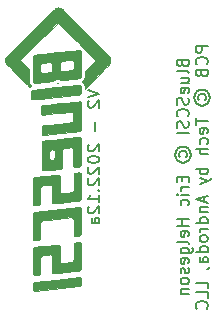
<source format=gbr>
%TF.GenerationSoftware,KiCad,Pcbnew,6.0.5-a6ca702e91~116~ubuntu21.10.1*%
%TF.CreationDate,2023-01-26T05:59:22-07:00*%
%TF.ProjectId,DB25_External,44423235-5f45-4787-9465-726e616c2e6b,rev?*%
%TF.SameCoordinates,Original*%
%TF.FileFunction,Legend,Bot*%
%TF.FilePolarity,Positive*%
%FSLAX46Y46*%
G04 Gerber Fmt 4.6, Leading zero omitted, Abs format (unit mm)*
G04 Created by KiCad (PCBNEW 6.0.5-a6ca702e91~116~ubuntu21.10.1) date 2023-01-26 05:59:22*
%MOMM*%
%LPD*%
G01*
G04 APERTURE LIST*
%ADD10C,0.004000*%
%ADD11C,0.150000*%
G04 APERTURE END LIST*
D10*
G36*
X119735693Y-114306492D02*
G01*
X119749997Y-114307449D01*
X119763704Y-114309227D01*
X119776820Y-114311830D01*
X119789354Y-114315264D01*
X119801312Y-114319535D01*
X119812702Y-114324646D01*
X119823530Y-114330604D01*
X119833805Y-114337414D01*
X119843532Y-114345081D01*
X119852720Y-114353609D01*
X119861376Y-114363005D01*
X119869507Y-114373272D01*
X119877120Y-114384418D01*
X119884223Y-114396446D01*
X119890822Y-114409361D01*
X119893687Y-114415540D01*
X119896209Y-114421356D01*
X119897349Y-114424241D01*
X119898411Y-114427171D01*
X119899399Y-114430193D01*
X119900314Y-114433350D01*
X119901161Y-114436690D01*
X119901941Y-114440257D01*
X119902657Y-114444097D01*
X119903311Y-114448255D01*
X119903908Y-114452777D01*
X119904449Y-114457709D01*
X119904937Y-114463095D01*
X119905374Y-114468981D01*
X119905765Y-114475413D01*
X119906110Y-114482436D01*
X119906677Y-114498438D01*
X119907097Y-114517350D01*
X119907392Y-114539536D01*
X119907584Y-114565360D01*
X119907694Y-114595186D01*
X119907756Y-114668299D01*
X119907414Y-114793778D01*
X119906751Y-114835111D01*
X119905551Y-114865679D01*
X119903656Y-114888111D01*
X119900910Y-114905036D01*
X119897154Y-114919084D01*
X119892233Y-114932884D01*
X119889523Y-114939849D01*
X119886554Y-114946717D01*
X119879875Y-114960140D01*
X119872253Y-114973106D01*
X119863747Y-114985569D01*
X119854413Y-114997482D01*
X119844311Y-115008798D01*
X119833497Y-115019472D01*
X119822031Y-115029456D01*
X119809969Y-115038705D01*
X119797369Y-115047171D01*
X119784290Y-115054808D01*
X119770790Y-115061570D01*
X119756925Y-115067410D01*
X119742755Y-115072282D01*
X119728337Y-115076139D01*
X119721052Y-115077672D01*
X119713728Y-115078934D01*
X116022261Y-115464166D01*
X116010154Y-115463583D01*
X115998200Y-115462115D01*
X115986437Y-115459784D01*
X115974901Y-115456615D01*
X115963629Y-115452632D01*
X115952659Y-115447858D01*
X115942028Y-115442318D01*
X115931774Y-115436034D01*
X115921932Y-115429030D01*
X115912542Y-115421331D01*
X115903639Y-115412960D01*
X115895261Y-115403942D01*
X115887446Y-115394298D01*
X115880229Y-115384055D01*
X115873650Y-115373234D01*
X115867744Y-115361861D01*
X115864764Y-115355681D01*
X115862157Y-115349856D01*
X115860985Y-115346961D01*
X115859898Y-115344015D01*
X115858893Y-115340972D01*
X115857966Y-115337785D01*
X115857114Y-115334408D01*
X115856335Y-115330795D01*
X115855626Y-115326898D01*
X115854982Y-115322671D01*
X115854403Y-115318068D01*
X115853884Y-115313043D01*
X115853423Y-115307548D01*
X115853016Y-115301538D01*
X115852661Y-115294965D01*
X115852355Y-115287783D01*
X115851876Y-115271408D01*
X115851557Y-115252040D01*
X115851373Y-115229306D01*
X115851301Y-115202835D01*
X115851317Y-115172255D01*
X115851517Y-115097279D01*
X115851936Y-114971491D01*
X115852633Y-114929375D01*
X115853810Y-114897959D01*
X115855582Y-114874877D01*
X115858065Y-114857764D01*
X115861375Y-114844257D01*
X115865628Y-114831991D01*
X115869328Y-114823148D01*
X115873531Y-114814367D01*
X115878212Y-114805674D01*
X115883344Y-114797098D01*
X115888902Y-114788667D01*
X115894860Y-114780408D01*
X115901192Y-114772350D01*
X115907873Y-114764521D01*
X115914876Y-114756947D01*
X115922176Y-114749658D01*
X115929746Y-114742681D01*
X115937561Y-114736045D01*
X115945596Y-114729776D01*
X115953824Y-114723902D01*
X115962219Y-114718453D01*
X115970756Y-114713455D01*
X116008150Y-114692994D01*
X117839772Y-114499674D01*
X119147784Y-114363324D01*
X119720784Y-114306351D01*
X119735693Y-114306492D01*
G37*
X119735693Y-114306492D02*
X119749997Y-114307449D01*
X119763704Y-114309227D01*
X119776820Y-114311830D01*
X119789354Y-114315264D01*
X119801312Y-114319535D01*
X119812702Y-114324646D01*
X119823530Y-114330604D01*
X119833805Y-114337414D01*
X119843532Y-114345081D01*
X119852720Y-114353609D01*
X119861376Y-114363005D01*
X119869507Y-114373272D01*
X119877120Y-114384418D01*
X119884223Y-114396446D01*
X119890822Y-114409361D01*
X119893687Y-114415540D01*
X119896209Y-114421356D01*
X119897349Y-114424241D01*
X119898411Y-114427171D01*
X119899399Y-114430193D01*
X119900314Y-114433350D01*
X119901161Y-114436690D01*
X119901941Y-114440257D01*
X119902657Y-114444097D01*
X119903311Y-114448255D01*
X119903908Y-114452777D01*
X119904449Y-114457709D01*
X119904937Y-114463095D01*
X119905374Y-114468981D01*
X119905765Y-114475413D01*
X119906110Y-114482436D01*
X119906677Y-114498438D01*
X119907097Y-114517350D01*
X119907392Y-114539536D01*
X119907584Y-114565360D01*
X119907694Y-114595186D01*
X119907756Y-114668299D01*
X119907414Y-114793778D01*
X119906751Y-114835111D01*
X119905551Y-114865679D01*
X119903656Y-114888111D01*
X119900910Y-114905036D01*
X119897154Y-114919084D01*
X119892233Y-114932884D01*
X119889523Y-114939849D01*
X119886554Y-114946717D01*
X119879875Y-114960140D01*
X119872253Y-114973106D01*
X119863747Y-114985569D01*
X119854413Y-114997482D01*
X119844311Y-115008798D01*
X119833497Y-115019472D01*
X119822031Y-115029456D01*
X119809969Y-115038705D01*
X119797369Y-115047171D01*
X119784290Y-115054808D01*
X119770790Y-115061570D01*
X119756925Y-115067410D01*
X119742755Y-115072282D01*
X119728337Y-115076139D01*
X119721052Y-115077672D01*
X119713728Y-115078934D01*
X116022261Y-115464166D01*
X116010154Y-115463583D01*
X115998200Y-115462115D01*
X115986437Y-115459784D01*
X115974901Y-115456615D01*
X115963629Y-115452632D01*
X115952659Y-115447858D01*
X115942028Y-115442318D01*
X115931774Y-115436034D01*
X115921932Y-115429030D01*
X115912542Y-115421331D01*
X115903639Y-115412960D01*
X115895261Y-115403942D01*
X115887446Y-115394298D01*
X115880229Y-115384055D01*
X115873650Y-115373234D01*
X115867744Y-115361861D01*
X115864764Y-115355681D01*
X115862157Y-115349856D01*
X115860985Y-115346961D01*
X115859898Y-115344015D01*
X115858893Y-115340972D01*
X115857966Y-115337785D01*
X115857114Y-115334408D01*
X115856335Y-115330795D01*
X115855626Y-115326898D01*
X115854982Y-115322671D01*
X115854403Y-115318068D01*
X115853884Y-115313043D01*
X115853423Y-115307548D01*
X115853016Y-115301538D01*
X115852661Y-115294965D01*
X115852355Y-115287783D01*
X115851876Y-115271408D01*
X115851557Y-115252040D01*
X115851373Y-115229306D01*
X115851301Y-115202835D01*
X115851317Y-115172255D01*
X115851517Y-115097279D01*
X115851936Y-114971491D01*
X115852633Y-114929375D01*
X115853810Y-114897959D01*
X115855582Y-114874877D01*
X115858065Y-114857764D01*
X115861375Y-114844257D01*
X115865628Y-114831991D01*
X115869328Y-114823148D01*
X115873531Y-114814367D01*
X115878212Y-114805674D01*
X115883344Y-114797098D01*
X115888902Y-114788667D01*
X115894860Y-114780408D01*
X115901192Y-114772350D01*
X115907873Y-114764521D01*
X115914876Y-114756947D01*
X115922176Y-114749658D01*
X115929746Y-114742681D01*
X115937561Y-114736045D01*
X115945596Y-114729776D01*
X115953824Y-114723902D01*
X115962219Y-114718453D01*
X115970756Y-114713455D01*
X116008150Y-114692994D01*
X117839772Y-114499674D01*
X119147784Y-114363324D01*
X119720784Y-114306351D01*
X119735693Y-114306492D01*
G36*
X119737397Y-105431508D02*
G01*
X119751266Y-105432539D01*
X119764522Y-105434273D01*
X119777184Y-105436723D01*
X119789266Y-105439900D01*
X119800787Y-105443817D01*
X119811762Y-105448487D01*
X119822207Y-105453921D01*
X119832140Y-105460132D01*
X119841577Y-105467134D01*
X119850534Y-105474937D01*
X119859028Y-105483554D01*
X119867076Y-105492999D01*
X119874694Y-105503282D01*
X119881898Y-105514418D01*
X119888705Y-105526417D01*
X119904228Y-105554639D01*
X119904228Y-107671306D01*
X119888705Y-107705173D01*
X119884118Y-107714193D01*
X119878858Y-107723227D01*
X119872983Y-107732221D01*
X119866547Y-107741124D01*
X119859607Y-107749881D01*
X119852218Y-107758441D01*
X119844436Y-107766751D01*
X119836318Y-107774759D01*
X119827919Y-107782410D01*
X119819294Y-107789654D01*
X119810500Y-107796436D01*
X119801592Y-107802705D01*
X119792626Y-107808407D01*
X119783658Y-107813491D01*
X119774744Y-107817902D01*
X119765939Y-107821589D01*
X119758007Y-107823859D01*
X119745411Y-107826485D01*
X119703575Y-107833110D01*
X119635132Y-107842066D01*
X119534782Y-107853957D01*
X119397224Y-107869386D01*
X119217160Y-107888959D01*
X118708311Y-107942945D01*
X118081337Y-108007878D01*
X117736938Y-108040135D01*
X117641848Y-108046201D01*
X117582774Y-108046728D01*
X117548174Y-108042591D01*
X117526506Y-108034666D01*
X117505339Y-108024084D01*
X117498283Y-106584751D01*
X117482761Y-106556528D01*
X117479520Y-106550662D01*
X117476149Y-106544970D01*
X117472648Y-106539454D01*
X117469019Y-106534114D01*
X117465265Y-106528952D01*
X117461386Y-106523967D01*
X117457384Y-106519162D01*
X117453260Y-106514536D01*
X117449017Y-106510092D01*
X117444655Y-106505829D01*
X117440177Y-106501749D01*
X117435583Y-106497853D01*
X117430875Y-106494140D01*
X117426056Y-106490614D01*
X117421126Y-106487274D01*
X117416086Y-106484120D01*
X117410940Y-106481155D01*
X117405687Y-106478379D01*
X117400330Y-106475793D01*
X117394870Y-106473398D01*
X117389309Y-106471194D01*
X117383648Y-106469183D01*
X117377889Y-106467366D01*
X117372033Y-106465743D01*
X117366082Y-106464315D01*
X117360038Y-106463084D01*
X117353902Y-106462050D01*
X117347675Y-106461214D01*
X117341359Y-106460577D01*
X117334956Y-106460139D01*
X117328468Y-106459903D01*
X117321895Y-106459868D01*
X117272952Y-106462649D01*
X117187927Y-106470076D01*
X116959768Y-106493381D01*
X116737694Y-106518803D01*
X116660276Y-106528876D01*
X116621983Y-106535361D01*
X116613223Y-106538451D01*
X116604193Y-106542385D01*
X116594968Y-106547098D01*
X116585625Y-106552526D01*
X116576241Y-106558602D01*
X116566892Y-106565263D01*
X116557655Y-106572442D01*
X116548606Y-106580076D01*
X116539821Y-106588097D01*
X116531377Y-106596443D01*
X116523351Y-106605046D01*
X116515819Y-106613843D01*
X116508858Y-106622768D01*
X116502543Y-106631756D01*
X116496952Y-106640743D01*
X116492161Y-106649661D01*
X116475228Y-106683527D01*
X116471700Y-107353806D01*
X116468172Y-108024084D01*
X116449122Y-108064300D01*
X116444521Y-108073498D01*
X116439465Y-108082554D01*
X116433979Y-108091439D01*
X116428088Y-108100129D01*
X116421816Y-108108595D01*
X116415189Y-108116812D01*
X116408232Y-108124751D01*
X116400968Y-108132386D01*
X116393423Y-108139691D01*
X116385622Y-108146638D01*
X116377590Y-108153201D01*
X116369350Y-108159352D01*
X116360929Y-108165065D01*
X116352351Y-108170313D01*
X116343640Y-108175069D01*
X116334822Y-108179306D01*
X116324091Y-108183439D01*
X116309696Y-108187599D01*
X116292141Y-108191730D01*
X116271929Y-108195777D01*
X116225545Y-108203392D01*
X116174573Y-108209998D01*
X116123039Y-108215149D01*
X116074968Y-108218399D01*
X116053491Y-108219171D01*
X116034389Y-108219300D01*
X116018167Y-108218731D01*
X116005328Y-108217407D01*
X115995864Y-108215690D01*
X115986538Y-108213460D01*
X115977371Y-108210734D01*
X115968385Y-108207528D01*
X115959602Y-108203860D01*
X115951043Y-108199745D01*
X115942730Y-108195200D01*
X115934684Y-108190242D01*
X115926928Y-108184887D01*
X115919483Y-108179152D01*
X115912371Y-108173053D01*
X115905613Y-108166606D01*
X115899232Y-108159829D01*
X115893248Y-108152738D01*
X115887684Y-108145349D01*
X115882561Y-108137679D01*
X115861395Y-108103105D01*
X115859983Y-107047595D01*
X115860512Y-106126140D01*
X115864547Y-105995678D01*
X115868028Y-105970590D01*
X115872683Y-105956101D01*
X115876267Y-105947258D01*
X115880384Y-105938477D01*
X115885005Y-105929784D01*
X115890102Y-105921208D01*
X115895645Y-105912777D01*
X115901606Y-105904519D01*
X115907955Y-105896461D01*
X115914664Y-105888631D01*
X115921704Y-105881058D01*
X115929045Y-105873769D01*
X115936660Y-105866792D01*
X115944518Y-105860156D01*
X115952591Y-105853887D01*
X115960850Y-105848014D01*
X115969267Y-105842565D01*
X115977811Y-105837568D01*
X115984459Y-105834058D01*
X115987978Y-105832415D01*
X115991867Y-105830818D01*
X115996306Y-105829245D01*
X116001475Y-105827674D01*
X116007553Y-105826082D01*
X116014720Y-105824449D01*
X116023157Y-105822751D01*
X116033043Y-105820967D01*
X116044557Y-105819076D01*
X116057881Y-105817054D01*
X116073192Y-105814880D01*
X116090672Y-105812533D01*
X116110501Y-105809989D01*
X116132857Y-105807228D01*
X116185873Y-105800965D01*
X116251159Y-105793566D01*
X116330153Y-105784857D01*
X116424296Y-105774662D01*
X116663777Y-105749111D01*
X116981111Y-105715506D01*
X117825573Y-105628811D01*
X117901896Y-105622578D01*
X117946609Y-105620554D01*
X117970866Y-105621754D01*
X117985822Y-105625195D01*
X117994143Y-105627845D01*
X118002418Y-105631016D01*
X118010616Y-105634683D01*
X118018708Y-105638821D01*
X118026663Y-105643406D01*
X118034452Y-105648412D01*
X118042044Y-105653816D01*
X118049410Y-105659591D01*
X118056520Y-105665714D01*
X118063344Y-105672159D01*
X118069851Y-105678902D01*
X118076012Y-105685917D01*
X118081797Y-105693181D01*
X118087175Y-105700668D01*
X118092118Y-105708353D01*
X118096594Y-105716212D01*
X118112117Y-105745139D01*
X118115645Y-106415417D01*
X118119172Y-107085694D01*
X118136812Y-107117445D01*
X118141428Y-107125031D01*
X118146527Y-107132427D01*
X118152076Y-107139608D01*
X118158044Y-107146549D01*
X118164401Y-107153226D01*
X118171116Y-107159613D01*
X118178158Y-107165686D01*
X118185495Y-107171420D01*
X118193096Y-107176791D01*
X118200932Y-107181772D01*
X118208969Y-107186340D01*
X118217179Y-107190470D01*
X118225528Y-107194137D01*
X118233988Y-107197316D01*
X118242526Y-107199983D01*
X118251111Y-107202111D01*
X118257640Y-107203421D01*
X118265078Y-107204416D01*
X118273852Y-107205063D01*
X118284393Y-107205331D01*
X118297130Y-107205184D01*
X118312490Y-107204592D01*
X118330904Y-107203520D01*
X118352799Y-107201935D01*
X118378606Y-107199805D01*
X118408752Y-107197095D01*
X118483779Y-107189808D01*
X118581312Y-107179809D01*
X118704783Y-107166833D01*
X118930198Y-107142856D01*
X119060825Y-107127411D01*
X119100246Y-107121586D01*
X119127555Y-107116331D01*
X119146612Y-107111126D01*
X119161278Y-107105450D01*
X119169700Y-107101501D01*
X119178022Y-107097076D01*
X119186227Y-107092193D01*
X119194296Y-107086874D01*
X119202212Y-107081137D01*
X119209957Y-107075002D01*
X119217514Y-107068489D01*
X119224866Y-107061617D01*
X119231995Y-107054407D01*
X119238882Y-107046877D01*
X119245511Y-107039047D01*
X119251865Y-107030937D01*
X119257925Y-107022567D01*
X119263673Y-107013956D01*
X119269093Y-107005124D01*
X119274167Y-106996090D01*
X119290394Y-106965750D01*
X119293922Y-106295472D01*
X119297450Y-105625195D01*
X119315795Y-105585684D01*
X119320123Y-105576983D01*
X119324887Y-105568361D01*
X119330060Y-105559848D01*
X119335616Y-105551475D01*
X119341528Y-105543272D01*
X119347768Y-105535268D01*
X119354310Y-105527494D01*
X119361126Y-105519979D01*
X119368191Y-105512753D01*
X119375477Y-105505847D01*
X119382958Y-105499290D01*
X119390605Y-105493113D01*
X119398394Y-105487345D01*
X119406296Y-105482016D01*
X119414285Y-105477157D01*
X119422333Y-105472796D01*
X119430120Y-105469546D01*
X119440834Y-105466174D01*
X119454163Y-105462726D01*
X119469793Y-105459247D01*
X119506707Y-105452369D01*
X119549069Y-105445896D01*
X119594374Y-105440184D01*
X119640118Y-105435588D01*
X119683795Y-105432464D01*
X119704076Y-105431565D01*
X119722900Y-105431167D01*
X119737397Y-105431508D01*
G37*
X119737397Y-105431508D02*
X119751266Y-105432539D01*
X119764522Y-105434273D01*
X119777184Y-105436723D01*
X119789266Y-105439900D01*
X119800787Y-105443817D01*
X119811762Y-105448487D01*
X119822207Y-105453921D01*
X119832140Y-105460132D01*
X119841577Y-105467134D01*
X119850534Y-105474937D01*
X119859028Y-105483554D01*
X119867076Y-105492999D01*
X119874694Y-105503282D01*
X119881898Y-105514418D01*
X119888705Y-105526417D01*
X119904228Y-105554639D01*
X119904228Y-107671306D01*
X119888705Y-107705173D01*
X119884118Y-107714193D01*
X119878858Y-107723227D01*
X119872983Y-107732221D01*
X119866547Y-107741124D01*
X119859607Y-107749881D01*
X119852218Y-107758441D01*
X119844436Y-107766751D01*
X119836318Y-107774759D01*
X119827919Y-107782410D01*
X119819294Y-107789654D01*
X119810500Y-107796436D01*
X119801592Y-107802705D01*
X119792626Y-107808407D01*
X119783658Y-107813491D01*
X119774744Y-107817902D01*
X119765939Y-107821589D01*
X119758007Y-107823859D01*
X119745411Y-107826485D01*
X119703575Y-107833110D01*
X119635132Y-107842066D01*
X119534782Y-107853957D01*
X119397224Y-107869386D01*
X119217160Y-107888959D01*
X118708311Y-107942945D01*
X118081337Y-108007878D01*
X117736938Y-108040135D01*
X117641848Y-108046201D01*
X117582774Y-108046728D01*
X117548174Y-108042591D01*
X117526506Y-108034666D01*
X117505339Y-108024084D01*
X117498283Y-106584751D01*
X117482761Y-106556528D01*
X117479520Y-106550662D01*
X117476149Y-106544970D01*
X117472648Y-106539454D01*
X117469019Y-106534114D01*
X117465265Y-106528952D01*
X117461386Y-106523967D01*
X117457384Y-106519162D01*
X117453260Y-106514536D01*
X117449017Y-106510092D01*
X117444655Y-106505829D01*
X117440177Y-106501749D01*
X117435583Y-106497853D01*
X117430875Y-106494140D01*
X117426056Y-106490614D01*
X117421126Y-106487274D01*
X117416086Y-106484120D01*
X117410940Y-106481155D01*
X117405687Y-106478379D01*
X117400330Y-106475793D01*
X117394870Y-106473398D01*
X117389309Y-106471194D01*
X117383648Y-106469183D01*
X117377889Y-106467366D01*
X117372033Y-106465743D01*
X117366082Y-106464315D01*
X117360038Y-106463084D01*
X117353902Y-106462050D01*
X117347675Y-106461214D01*
X117341359Y-106460577D01*
X117334956Y-106460139D01*
X117328468Y-106459903D01*
X117321895Y-106459868D01*
X117272952Y-106462649D01*
X117187927Y-106470076D01*
X116959768Y-106493381D01*
X116737694Y-106518803D01*
X116660276Y-106528876D01*
X116621983Y-106535361D01*
X116613223Y-106538451D01*
X116604193Y-106542385D01*
X116594968Y-106547098D01*
X116585625Y-106552526D01*
X116576241Y-106558602D01*
X116566892Y-106565263D01*
X116557655Y-106572442D01*
X116548606Y-106580076D01*
X116539821Y-106588097D01*
X116531377Y-106596443D01*
X116523351Y-106605046D01*
X116515819Y-106613843D01*
X116508858Y-106622768D01*
X116502543Y-106631756D01*
X116496952Y-106640743D01*
X116492161Y-106649661D01*
X116475228Y-106683527D01*
X116471700Y-107353806D01*
X116468172Y-108024084D01*
X116449122Y-108064300D01*
X116444521Y-108073498D01*
X116439465Y-108082554D01*
X116433979Y-108091439D01*
X116428088Y-108100129D01*
X116421816Y-108108595D01*
X116415189Y-108116812D01*
X116408232Y-108124751D01*
X116400968Y-108132386D01*
X116393423Y-108139691D01*
X116385622Y-108146638D01*
X116377590Y-108153201D01*
X116369350Y-108159352D01*
X116360929Y-108165065D01*
X116352351Y-108170313D01*
X116343640Y-108175069D01*
X116334822Y-108179306D01*
X116324091Y-108183439D01*
X116309696Y-108187599D01*
X116292141Y-108191730D01*
X116271929Y-108195777D01*
X116225545Y-108203392D01*
X116174573Y-108209998D01*
X116123039Y-108215149D01*
X116074968Y-108218399D01*
X116053491Y-108219171D01*
X116034389Y-108219300D01*
X116018167Y-108218731D01*
X116005328Y-108217407D01*
X115995864Y-108215690D01*
X115986538Y-108213460D01*
X115977371Y-108210734D01*
X115968385Y-108207528D01*
X115959602Y-108203860D01*
X115951043Y-108199745D01*
X115942730Y-108195200D01*
X115934684Y-108190242D01*
X115926928Y-108184887D01*
X115919483Y-108179152D01*
X115912371Y-108173053D01*
X115905613Y-108166606D01*
X115899232Y-108159829D01*
X115893248Y-108152738D01*
X115887684Y-108145349D01*
X115882561Y-108137679D01*
X115861395Y-108103105D01*
X115859983Y-107047595D01*
X115860512Y-106126140D01*
X115864547Y-105995678D01*
X115868028Y-105970590D01*
X115872683Y-105956101D01*
X115876267Y-105947258D01*
X115880384Y-105938477D01*
X115885005Y-105929784D01*
X115890102Y-105921208D01*
X115895645Y-105912777D01*
X115901606Y-105904519D01*
X115907955Y-105896461D01*
X115914664Y-105888631D01*
X115921704Y-105881058D01*
X115929045Y-105873769D01*
X115936660Y-105866792D01*
X115944518Y-105860156D01*
X115952591Y-105853887D01*
X115960850Y-105848014D01*
X115969267Y-105842565D01*
X115977811Y-105837568D01*
X115984459Y-105834058D01*
X115987978Y-105832415D01*
X115991867Y-105830818D01*
X115996306Y-105829245D01*
X116001475Y-105827674D01*
X116007553Y-105826082D01*
X116014720Y-105824449D01*
X116023157Y-105822751D01*
X116033043Y-105820967D01*
X116044557Y-105819076D01*
X116057881Y-105817054D01*
X116073192Y-105814880D01*
X116090672Y-105812533D01*
X116110501Y-105809989D01*
X116132857Y-105807228D01*
X116185873Y-105800965D01*
X116251159Y-105793566D01*
X116330153Y-105784857D01*
X116424296Y-105774662D01*
X116663777Y-105749111D01*
X116981111Y-105715506D01*
X117825573Y-105628811D01*
X117901896Y-105622578D01*
X117946609Y-105620554D01*
X117970866Y-105621754D01*
X117985822Y-105625195D01*
X117994143Y-105627845D01*
X118002418Y-105631016D01*
X118010616Y-105634683D01*
X118018708Y-105638821D01*
X118026663Y-105643406D01*
X118034452Y-105648412D01*
X118042044Y-105653816D01*
X118049410Y-105659591D01*
X118056520Y-105665714D01*
X118063344Y-105672159D01*
X118069851Y-105678902D01*
X118076012Y-105685917D01*
X118081797Y-105693181D01*
X118087175Y-105700668D01*
X118092118Y-105708353D01*
X118096594Y-105716212D01*
X118112117Y-105745139D01*
X118115645Y-106415417D01*
X118119172Y-107085694D01*
X118136812Y-107117445D01*
X118141428Y-107125031D01*
X118146527Y-107132427D01*
X118152076Y-107139608D01*
X118158044Y-107146549D01*
X118164401Y-107153226D01*
X118171116Y-107159613D01*
X118178158Y-107165686D01*
X118185495Y-107171420D01*
X118193096Y-107176791D01*
X118200932Y-107181772D01*
X118208969Y-107186340D01*
X118217179Y-107190470D01*
X118225528Y-107194137D01*
X118233988Y-107197316D01*
X118242526Y-107199983D01*
X118251111Y-107202111D01*
X118257640Y-107203421D01*
X118265078Y-107204416D01*
X118273852Y-107205063D01*
X118284393Y-107205331D01*
X118297130Y-107205184D01*
X118312490Y-107204592D01*
X118330904Y-107203520D01*
X118352799Y-107201935D01*
X118378606Y-107199805D01*
X118408752Y-107197095D01*
X118483779Y-107189808D01*
X118581312Y-107179809D01*
X118704783Y-107166833D01*
X118930198Y-107142856D01*
X119060825Y-107127411D01*
X119100246Y-107121586D01*
X119127555Y-107116331D01*
X119146612Y-107111126D01*
X119161278Y-107105450D01*
X119169700Y-107101501D01*
X119178022Y-107097076D01*
X119186227Y-107092193D01*
X119194296Y-107086874D01*
X119202212Y-107081137D01*
X119209957Y-107075002D01*
X119217514Y-107068489D01*
X119224866Y-107061617D01*
X119231995Y-107054407D01*
X119238882Y-107046877D01*
X119245511Y-107039047D01*
X119251865Y-107030937D01*
X119257925Y-107022567D01*
X119263673Y-107013956D01*
X119269093Y-107005124D01*
X119274167Y-106996090D01*
X119290394Y-106965750D01*
X119293922Y-106295472D01*
X119297450Y-105625195D01*
X119315795Y-105585684D01*
X119320123Y-105576983D01*
X119324887Y-105568361D01*
X119330060Y-105559848D01*
X119335616Y-105551475D01*
X119341528Y-105543272D01*
X119347768Y-105535268D01*
X119354310Y-105527494D01*
X119361126Y-105519979D01*
X119368191Y-105512753D01*
X119375477Y-105505847D01*
X119382958Y-105499290D01*
X119390605Y-105493113D01*
X119398394Y-105487345D01*
X119406296Y-105482016D01*
X119414285Y-105477157D01*
X119422333Y-105472796D01*
X119430120Y-105469546D01*
X119440834Y-105466174D01*
X119454163Y-105462726D01*
X119469793Y-105459247D01*
X119506707Y-105452369D01*
X119549069Y-105445896D01*
X119594374Y-105440184D01*
X119640118Y-105435588D01*
X119683795Y-105432464D01*
X119704076Y-105431565D01*
X119722900Y-105431167D01*
X119737397Y-105431508D01*
G36*
X118009957Y-91469279D02*
G01*
X118035589Y-91470838D01*
X118060960Y-91473773D01*
X118086011Y-91478100D01*
X118107799Y-91482935D01*
X118129016Y-91488466D01*
X118149718Y-91494729D01*
X118169961Y-91501758D01*
X118189804Y-91509590D01*
X118209303Y-91518259D01*
X118228514Y-91527800D01*
X118247495Y-91538249D01*
X118266302Y-91549640D01*
X118284993Y-91562009D01*
X118303624Y-91575391D01*
X118322251Y-91589820D01*
X118340932Y-91605333D01*
X118359724Y-91621965D01*
X118378683Y-91639749D01*
X118397867Y-91658722D01*
X122293944Y-95615478D01*
X122302582Y-95626411D01*
X122311258Y-95638484D01*
X122319909Y-95651564D01*
X122328472Y-95665517D01*
X122336887Y-95680210D01*
X122345092Y-95695510D01*
X122353023Y-95711284D01*
X122360620Y-95727397D01*
X122367819Y-95743717D01*
X122374560Y-95760110D01*
X122380780Y-95776443D01*
X122386417Y-95792584D01*
X122391408Y-95808397D01*
X122395693Y-95823751D01*
X122399210Y-95838511D01*
X122401895Y-95852545D01*
X122406293Y-95880064D01*
X122408021Y-95892626D01*
X122409435Y-95904557D01*
X122410535Y-95915984D01*
X122411320Y-95927033D01*
X122411792Y-95937830D01*
X122411949Y-95948500D01*
X122411792Y-95959171D01*
X122411320Y-95969967D01*
X122410535Y-95981016D01*
X122409435Y-95992443D01*
X122408021Y-96004374D01*
X122406293Y-96016936D01*
X122401895Y-96044456D01*
X122398841Y-96060501D01*
X122394995Y-96076844D01*
X122390390Y-96093416D01*
X122385060Y-96110150D01*
X122379041Y-96126979D01*
X122372365Y-96143836D01*
X122365066Y-96160653D01*
X122357180Y-96177365D01*
X122348740Y-96193902D01*
X122339780Y-96210199D01*
X122330334Y-96226188D01*
X122320436Y-96241802D01*
X122310121Y-96256973D01*
X122299423Y-96271635D01*
X122288375Y-96285720D01*
X122277012Y-96299162D01*
X122182004Y-96398160D01*
X121955631Y-96629714D01*
X121244783Y-97351850D01*
X120257006Y-98353739D01*
X120252773Y-98232384D01*
X120251194Y-98196934D01*
X120249532Y-98167594D01*
X120247638Y-98143198D01*
X120245364Y-98122581D01*
X120242561Y-98104577D01*
X120239080Y-98088020D01*
X120234773Y-98071744D01*
X120229489Y-98054583D01*
X120222028Y-98032919D01*
X120213691Y-98011612D01*
X120204511Y-97990704D01*
X120194520Y-97970236D01*
X120183752Y-97950253D01*
X120172240Y-97930796D01*
X120160017Y-97911907D01*
X120147116Y-97893629D01*
X120133569Y-97876004D01*
X120119411Y-97859074D01*
X120104675Y-97842883D01*
X120089392Y-97827472D01*
X120073597Y-97812883D01*
X120057323Y-97799160D01*
X120040601Y-97786344D01*
X120023467Y-97774478D01*
X119979017Y-97745550D01*
X120012178Y-97720856D01*
X120027564Y-97709025D01*
X120042497Y-97696820D01*
X120056972Y-97684247D01*
X120070981Y-97671312D01*
X120084520Y-97658022D01*
X120097580Y-97644383D01*
X120110157Y-97630400D01*
X120122244Y-97616081D01*
X120133835Y-97601430D01*
X120144924Y-97586456D01*
X120155504Y-97571162D01*
X120165570Y-97555557D01*
X120175115Y-97539646D01*
X120184132Y-97523435D01*
X120192617Y-97506931D01*
X120200562Y-97490139D01*
X120208767Y-97472099D01*
X120215972Y-97455722D01*
X120222248Y-97440472D01*
X120227670Y-97425812D01*
X120232310Y-97411206D01*
X120236243Y-97396117D01*
X120239541Y-97380009D01*
X120242277Y-97362345D01*
X120244526Y-97342590D01*
X120246360Y-97320206D01*
X120247854Y-97294658D01*
X120249079Y-97265408D01*
X120250111Y-97231922D01*
X120251021Y-97193661D01*
X120252773Y-97100672D01*
X120257006Y-96845261D01*
X120694450Y-96400761D01*
X121003924Y-96084849D01*
X121098568Y-95987416D01*
X121134012Y-95949911D01*
X121132346Y-95947553D01*
X121127203Y-95941660D01*
X121107189Y-95920013D01*
X121033205Y-95842490D01*
X120923370Y-95729249D01*
X120788995Y-95592195D01*
X120293871Y-95087634D01*
X120178799Y-94968406D01*
X120119423Y-94904278D01*
X120109519Y-94893449D01*
X120099061Y-94882340D01*
X120088355Y-94871263D01*
X120077707Y-94860534D01*
X120067422Y-94850466D01*
X120057808Y-94841373D01*
X120049169Y-94833571D01*
X120041812Y-94827373D01*
X119949847Y-94736775D01*
X119723076Y-94508991D01*
X119001117Y-93778917D01*
X117987233Y-92753745D01*
X116383594Y-94344067D01*
X114786833Y-95940739D01*
X114794691Y-95948996D01*
X114816224Y-95970681D01*
X114894431Y-96048513D01*
X115150194Y-96301278D01*
X115511439Y-96656878D01*
X115514261Y-97225556D01*
X115515727Y-97551423D01*
X115518053Y-97725354D01*
X115520056Y-97772520D01*
X115522893Y-97802314D01*
X115526772Y-97821608D01*
X115531900Y-97837273D01*
X115538346Y-97855112D01*
X115545241Y-97872633D01*
X115552567Y-97889815D01*
X115560310Y-97906637D01*
X115568453Y-97923079D01*
X115576983Y-97939121D01*
X115585882Y-97954740D01*
X115595135Y-97969917D01*
X115604728Y-97984631D01*
X115614644Y-97998861D01*
X115624868Y-98012587D01*
X115635385Y-98025788D01*
X115646179Y-98038443D01*
X115657234Y-98050532D01*
X115668535Y-98062034D01*
X115680066Y-98072928D01*
X115721694Y-98109617D01*
X115657489Y-98142778D01*
X115631328Y-98156040D01*
X115607483Y-98168443D01*
X115588532Y-98178596D01*
X115577055Y-98185111D01*
X115575686Y-98185990D01*
X115574337Y-98186756D01*
X115572979Y-98187385D01*
X115572287Y-98187641D01*
X115571582Y-98187852D01*
X115570860Y-98188017D01*
X115570117Y-98188132D01*
X115569349Y-98188193D01*
X115568554Y-98188198D01*
X115567726Y-98188144D01*
X115566864Y-98188027D01*
X115565962Y-98187844D01*
X115565017Y-98187592D01*
X115564026Y-98187268D01*
X115562984Y-98186869D01*
X115561889Y-98186391D01*
X115560736Y-98185832D01*
X115559522Y-98185189D01*
X115558243Y-98184457D01*
X115555475Y-98182718D01*
X115552404Y-98180590D01*
X115548999Y-98178047D01*
X115545232Y-98175065D01*
X115541072Y-98171618D01*
X115536491Y-98167681D01*
X115531458Y-98163229D01*
X115525945Y-98158237D01*
X115519922Y-98152680D01*
X115513359Y-98146531D01*
X115506228Y-98139767D01*
X115498498Y-98132362D01*
X115490140Y-98124291D01*
X115471423Y-98106048D01*
X115449840Y-98084839D01*
X115425158Y-98060460D01*
X115397139Y-98032711D01*
X115049565Y-97688841D01*
X114443228Y-97091500D01*
X113874991Y-96528996D01*
X113694225Y-96348154D01*
X113618433Y-96270234D01*
X113611208Y-96260900D01*
X113603855Y-96250695D01*
X113596430Y-96239723D01*
X113588987Y-96228088D01*
X113581582Y-96215895D01*
X113574268Y-96203249D01*
X113567102Y-96190253D01*
X113560137Y-96177012D01*
X113553428Y-96163631D01*
X113547030Y-96150213D01*
X113540998Y-96136864D01*
X113535387Y-96123687D01*
X113530252Y-96110788D01*
X113525646Y-96098269D01*
X113521625Y-96086237D01*
X113518245Y-96074795D01*
X113515476Y-96063303D01*
X113512994Y-96050394D01*
X113510806Y-96036271D01*
X113508918Y-96021139D01*
X113506065Y-95988660D01*
X113504486Y-95954586D01*
X113504230Y-95920544D01*
X113504613Y-95904045D01*
X113505346Y-95888164D01*
X113506434Y-95873107D01*
X113507884Y-95859075D01*
X113509702Y-95846274D01*
X113511895Y-95834906D01*
X113514743Y-95823109D01*
X113517981Y-95811041D01*
X113521585Y-95798762D01*
X113525532Y-95786333D01*
X113534355Y-95761261D01*
X113544262Y-95736304D01*
X113555062Y-95711943D01*
X113560737Y-95700136D01*
X113566564Y-95688657D01*
X113572519Y-95677567D01*
X113578579Y-95666925D01*
X113584719Y-95656792D01*
X113590916Y-95647228D01*
X113616534Y-95618668D01*
X113679971Y-95552761D01*
X113912826Y-95316411D01*
X114274534Y-94953193D01*
X114750145Y-94478122D01*
X116764506Y-92469406D01*
X117397036Y-91841814D01*
X117597348Y-91645692D01*
X117680317Y-91567706D01*
X117703879Y-91552685D01*
X117727961Y-91538852D01*
X117752501Y-91526223D01*
X117777441Y-91514811D01*
X117802719Y-91504631D01*
X117828277Y-91495698D01*
X117854053Y-91488025D01*
X117879989Y-91481628D01*
X117906024Y-91476521D01*
X117932098Y-91472718D01*
X117958152Y-91470233D01*
X117984125Y-91469082D01*
X118009957Y-91469279D01*
G37*
X118009957Y-91469279D02*
X118035589Y-91470838D01*
X118060960Y-91473773D01*
X118086011Y-91478100D01*
X118107799Y-91482935D01*
X118129016Y-91488466D01*
X118149718Y-91494729D01*
X118169961Y-91501758D01*
X118189804Y-91509590D01*
X118209303Y-91518259D01*
X118228514Y-91527800D01*
X118247495Y-91538249D01*
X118266302Y-91549640D01*
X118284993Y-91562009D01*
X118303624Y-91575391D01*
X118322251Y-91589820D01*
X118340932Y-91605333D01*
X118359724Y-91621965D01*
X118378683Y-91639749D01*
X118397867Y-91658722D01*
X122293944Y-95615478D01*
X122302582Y-95626411D01*
X122311258Y-95638484D01*
X122319909Y-95651564D01*
X122328472Y-95665517D01*
X122336887Y-95680210D01*
X122345092Y-95695510D01*
X122353023Y-95711284D01*
X122360620Y-95727397D01*
X122367819Y-95743717D01*
X122374560Y-95760110D01*
X122380780Y-95776443D01*
X122386417Y-95792584D01*
X122391408Y-95808397D01*
X122395693Y-95823751D01*
X122399210Y-95838511D01*
X122401895Y-95852545D01*
X122406293Y-95880064D01*
X122408021Y-95892626D01*
X122409435Y-95904557D01*
X122410535Y-95915984D01*
X122411320Y-95927033D01*
X122411792Y-95937830D01*
X122411949Y-95948500D01*
X122411792Y-95959171D01*
X122411320Y-95969967D01*
X122410535Y-95981016D01*
X122409435Y-95992443D01*
X122408021Y-96004374D01*
X122406293Y-96016936D01*
X122401895Y-96044456D01*
X122398841Y-96060501D01*
X122394995Y-96076844D01*
X122390390Y-96093416D01*
X122385060Y-96110150D01*
X122379041Y-96126979D01*
X122372365Y-96143836D01*
X122365066Y-96160653D01*
X122357180Y-96177365D01*
X122348740Y-96193902D01*
X122339780Y-96210199D01*
X122330334Y-96226188D01*
X122320436Y-96241802D01*
X122310121Y-96256973D01*
X122299423Y-96271635D01*
X122288375Y-96285720D01*
X122277012Y-96299162D01*
X122182004Y-96398160D01*
X121955631Y-96629714D01*
X121244783Y-97351850D01*
X120257006Y-98353739D01*
X120252773Y-98232384D01*
X120251194Y-98196934D01*
X120249532Y-98167594D01*
X120247638Y-98143198D01*
X120245364Y-98122581D01*
X120242561Y-98104577D01*
X120239080Y-98088020D01*
X120234773Y-98071744D01*
X120229489Y-98054583D01*
X120222028Y-98032919D01*
X120213691Y-98011612D01*
X120204511Y-97990704D01*
X120194520Y-97970236D01*
X120183752Y-97950253D01*
X120172240Y-97930796D01*
X120160017Y-97911907D01*
X120147116Y-97893629D01*
X120133569Y-97876004D01*
X120119411Y-97859074D01*
X120104675Y-97842883D01*
X120089392Y-97827472D01*
X120073597Y-97812883D01*
X120057323Y-97799160D01*
X120040601Y-97786344D01*
X120023467Y-97774478D01*
X119979017Y-97745550D01*
X120012178Y-97720856D01*
X120027564Y-97709025D01*
X120042497Y-97696820D01*
X120056972Y-97684247D01*
X120070981Y-97671312D01*
X120084520Y-97658022D01*
X120097580Y-97644383D01*
X120110157Y-97630400D01*
X120122244Y-97616081D01*
X120133835Y-97601430D01*
X120144924Y-97586456D01*
X120155504Y-97571162D01*
X120165570Y-97555557D01*
X120175115Y-97539646D01*
X120184132Y-97523435D01*
X120192617Y-97506931D01*
X120200562Y-97490139D01*
X120208767Y-97472099D01*
X120215972Y-97455722D01*
X120222248Y-97440472D01*
X120227670Y-97425812D01*
X120232310Y-97411206D01*
X120236243Y-97396117D01*
X120239541Y-97380009D01*
X120242277Y-97362345D01*
X120244526Y-97342590D01*
X120246360Y-97320206D01*
X120247854Y-97294658D01*
X120249079Y-97265408D01*
X120250111Y-97231922D01*
X120251021Y-97193661D01*
X120252773Y-97100672D01*
X120257006Y-96845261D01*
X120694450Y-96400761D01*
X121003924Y-96084849D01*
X121098568Y-95987416D01*
X121134012Y-95949911D01*
X121132346Y-95947553D01*
X121127203Y-95941660D01*
X121107189Y-95920013D01*
X121033205Y-95842490D01*
X120923370Y-95729249D01*
X120788995Y-95592195D01*
X120293871Y-95087634D01*
X120178799Y-94968406D01*
X120119423Y-94904278D01*
X120109519Y-94893449D01*
X120099061Y-94882340D01*
X120088355Y-94871263D01*
X120077707Y-94860534D01*
X120067422Y-94850466D01*
X120057808Y-94841373D01*
X120049169Y-94833571D01*
X120041812Y-94827373D01*
X119949847Y-94736775D01*
X119723076Y-94508991D01*
X119001117Y-93778917D01*
X117987233Y-92753745D01*
X116383594Y-94344067D01*
X114786833Y-95940739D01*
X114794691Y-95948996D01*
X114816224Y-95970681D01*
X114894431Y-96048513D01*
X115150194Y-96301278D01*
X115511439Y-96656878D01*
X115514261Y-97225556D01*
X115515727Y-97551423D01*
X115518053Y-97725354D01*
X115520056Y-97772520D01*
X115522893Y-97802314D01*
X115526772Y-97821608D01*
X115531900Y-97837273D01*
X115538346Y-97855112D01*
X115545241Y-97872633D01*
X115552567Y-97889815D01*
X115560310Y-97906637D01*
X115568453Y-97923079D01*
X115576983Y-97939121D01*
X115585882Y-97954740D01*
X115595135Y-97969917D01*
X115604728Y-97984631D01*
X115614644Y-97998861D01*
X115624868Y-98012587D01*
X115635385Y-98025788D01*
X115646179Y-98038443D01*
X115657234Y-98050532D01*
X115668535Y-98062034D01*
X115680066Y-98072928D01*
X115721694Y-98109617D01*
X115657489Y-98142778D01*
X115631328Y-98156040D01*
X115607483Y-98168443D01*
X115588532Y-98178596D01*
X115577055Y-98185111D01*
X115575686Y-98185990D01*
X115574337Y-98186756D01*
X115572979Y-98187385D01*
X115572287Y-98187641D01*
X115571582Y-98187852D01*
X115570860Y-98188017D01*
X115570117Y-98188132D01*
X115569349Y-98188193D01*
X115568554Y-98188198D01*
X115567726Y-98188144D01*
X115566864Y-98188027D01*
X115565962Y-98187844D01*
X115565017Y-98187592D01*
X115564026Y-98187268D01*
X115562984Y-98186869D01*
X115561889Y-98186391D01*
X115560736Y-98185832D01*
X115559522Y-98185189D01*
X115558243Y-98184457D01*
X115555475Y-98182718D01*
X115552404Y-98180590D01*
X115548999Y-98178047D01*
X115545232Y-98175065D01*
X115541072Y-98171618D01*
X115536491Y-98167681D01*
X115531458Y-98163229D01*
X115525945Y-98158237D01*
X115519922Y-98152680D01*
X115513359Y-98146531D01*
X115506228Y-98139767D01*
X115498498Y-98132362D01*
X115490140Y-98124291D01*
X115471423Y-98106048D01*
X115449840Y-98084839D01*
X115425158Y-98060460D01*
X115397139Y-98032711D01*
X115049565Y-97688841D01*
X114443228Y-97091500D01*
X113874991Y-96528996D01*
X113694225Y-96348154D01*
X113618433Y-96270234D01*
X113611208Y-96260900D01*
X113603855Y-96250695D01*
X113596430Y-96239723D01*
X113588987Y-96228088D01*
X113581582Y-96215895D01*
X113574268Y-96203249D01*
X113567102Y-96190253D01*
X113560137Y-96177012D01*
X113553428Y-96163631D01*
X113547030Y-96150213D01*
X113540998Y-96136864D01*
X113535387Y-96123687D01*
X113530252Y-96110788D01*
X113525646Y-96098269D01*
X113521625Y-96086237D01*
X113518245Y-96074795D01*
X113515476Y-96063303D01*
X113512994Y-96050394D01*
X113510806Y-96036271D01*
X113508918Y-96021139D01*
X113506065Y-95988660D01*
X113504486Y-95954586D01*
X113504230Y-95920544D01*
X113504613Y-95904045D01*
X113505346Y-95888164D01*
X113506434Y-95873107D01*
X113507884Y-95859075D01*
X113509702Y-95846274D01*
X113511895Y-95834906D01*
X113514743Y-95823109D01*
X113517981Y-95811041D01*
X113521585Y-95798762D01*
X113525532Y-95786333D01*
X113534355Y-95761261D01*
X113544262Y-95736304D01*
X113555062Y-95711943D01*
X113560737Y-95700136D01*
X113566564Y-95688657D01*
X113572519Y-95677567D01*
X113578579Y-95666925D01*
X113584719Y-95656792D01*
X113590916Y-95647228D01*
X113616534Y-95618668D01*
X113679971Y-95552761D01*
X113912826Y-95316411D01*
X114274534Y-94953193D01*
X114750145Y-94478122D01*
X116764506Y-92469406D01*
X117397036Y-91841814D01*
X117597348Y-91645692D01*
X117680317Y-91567706D01*
X117703879Y-91552685D01*
X117727961Y-91538852D01*
X117752501Y-91526223D01*
X117777441Y-91514811D01*
X117802719Y-91504631D01*
X117828277Y-91495698D01*
X117854053Y-91488025D01*
X117879989Y-91481628D01*
X117906024Y-91476521D01*
X117932098Y-91472718D01*
X117958152Y-91470233D01*
X117984125Y-91469082D01*
X118009957Y-91469279D01*
G36*
X117907773Y-97855474D02*
G01*
X117910162Y-97855713D01*
X117912599Y-97856102D01*
X117915093Y-97856639D01*
X117917656Y-97857325D01*
X117920298Y-97858161D01*
X117923028Y-97859144D01*
X117942784Y-97865495D01*
X117916678Y-97871139D01*
X117911277Y-97872098D01*
X117905753Y-97872859D01*
X117900245Y-97873421D01*
X117894894Y-97873785D01*
X117889841Y-97873950D01*
X117885225Y-97873917D01*
X117881189Y-97873686D01*
X117879432Y-97873496D01*
X117877872Y-97873256D01*
X117876021Y-97872741D01*
X117874441Y-97872248D01*
X117873754Y-97872007D01*
X117873138Y-97871766D01*
X117872592Y-97871525D01*
X117872118Y-97871282D01*
X117871716Y-97871037D01*
X117871387Y-97870787D01*
X117871132Y-97870530D01*
X117870952Y-97870267D01*
X117870847Y-97869995D01*
X117870818Y-97869712D01*
X117870867Y-97869418D01*
X117870993Y-97869111D01*
X117871198Y-97868789D01*
X117871482Y-97868451D01*
X117871846Y-97868097D01*
X117872291Y-97867723D01*
X117872818Y-97867329D01*
X117873427Y-97866914D01*
X117874119Y-97866476D01*
X117874896Y-97866013D01*
X117876703Y-97865009D01*
X117878856Y-97863890D01*
X117881361Y-97862644D01*
X117884222Y-97861262D01*
X117886705Y-97860013D01*
X117889131Y-97858914D01*
X117891512Y-97857963D01*
X117893858Y-97857161D01*
X117896179Y-97856507D01*
X117898485Y-97856003D01*
X117900787Y-97855647D01*
X117903096Y-97855441D01*
X117905421Y-97855383D01*
X117907773Y-97855474D01*
G37*
X117907773Y-97855474D02*
X117910162Y-97855713D01*
X117912599Y-97856102D01*
X117915093Y-97856639D01*
X117917656Y-97857325D01*
X117920298Y-97858161D01*
X117923028Y-97859144D01*
X117942784Y-97865495D01*
X117916678Y-97871139D01*
X117911277Y-97872098D01*
X117905753Y-97872859D01*
X117900245Y-97873421D01*
X117894894Y-97873785D01*
X117889841Y-97873950D01*
X117885225Y-97873917D01*
X117881189Y-97873686D01*
X117879432Y-97873496D01*
X117877872Y-97873256D01*
X117876021Y-97872741D01*
X117874441Y-97872248D01*
X117873754Y-97872007D01*
X117873138Y-97871766D01*
X117872592Y-97871525D01*
X117872118Y-97871282D01*
X117871716Y-97871037D01*
X117871387Y-97870787D01*
X117871132Y-97870530D01*
X117870952Y-97870267D01*
X117870847Y-97869995D01*
X117870818Y-97869712D01*
X117870867Y-97869418D01*
X117870993Y-97869111D01*
X117871198Y-97868789D01*
X117871482Y-97868451D01*
X117871846Y-97868097D01*
X117872291Y-97867723D01*
X117872818Y-97867329D01*
X117873427Y-97866914D01*
X117874119Y-97866476D01*
X117874896Y-97866013D01*
X117876703Y-97865009D01*
X117878856Y-97863890D01*
X117881361Y-97862644D01*
X117884222Y-97861262D01*
X117886705Y-97860013D01*
X117889131Y-97858914D01*
X117891512Y-97857963D01*
X117893858Y-97857161D01*
X117896179Y-97856507D01*
X117898485Y-97856003D01*
X117900787Y-97855647D01*
X117903096Y-97855441D01*
X117905421Y-97855383D01*
X117907773Y-97855474D01*
G36*
X119744845Y-111346346D02*
G01*
X119751662Y-111346888D01*
X119758035Y-111347703D01*
X119770347Y-111350135D01*
X119783578Y-111353601D01*
X119789013Y-111355231D01*
X119794220Y-111356953D01*
X119799219Y-111358777D01*
X119804028Y-111360711D01*
X119808668Y-111362766D01*
X119813157Y-111364949D01*
X119817517Y-111367271D01*
X119821766Y-111369741D01*
X119825924Y-111372367D01*
X119830011Y-111375160D01*
X119834046Y-111378129D01*
X119838049Y-111381283D01*
X119842040Y-111384631D01*
X119846038Y-111388183D01*
X119850063Y-111391948D01*
X119854134Y-111395935D01*
X119873049Y-111413284D01*
X119876959Y-111417413D01*
X119880566Y-111421970D01*
X119883883Y-111427212D01*
X119885435Y-111430170D01*
X119886920Y-111433395D01*
X119888338Y-111436919D01*
X119889691Y-111440774D01*
X119892207Y-111449607D01*
X119894481Y-111460148D01*
X119896525Y-111472655D01*
X119898351Y-111487382D01*
X119899970Y-111504587D01*
X119901396Y-111524525D01*
X119902641Y-111547452D01*
X119903715Y-111573624D01*
X119904633Y-111603298D01*
X119905405Y-111636729D01*
X119906044Y-111674173D01*
X119906972Y-111762127D01*
X119907513Y-111869207D01*
X119907765Y-111997462D01*
X119907825Y-112148940D01*
X119907756Y-112529762D01*
X119907756Y-113565518D01*
X119892233Y-113606439D01*
X119888282Y-113616261D01*
X119883605Y-113626109D01*
X119878257Y-113635929D01*
X119872290Y-113645664D01*
X119865757Y-113655258D01*
X119858710Y-113664656D01*
X119851202Y-113673801D01*
X119843285Y-113682639D01*
X119835013Y-113691113D01*
X119826439Y-113699167D01*
X119817614Y-113706746D01*
X119808592Y-113713793D01*
X119799425Y-113720254D01*
X119790166Y-113726071D01*
X119780868Y-113731190D01*
X119771583Y-113735555D01*
X119764184Y-113738236D01*
X119753497Y-113741065D01*
X119738533Y-113744153D01*
X119718303Y-113747616D01*
X119691818Y-113751566D01*
X119658089Y-113756118D01*
X119564944Y-113767482D01*
X119430953Y-113782616D01*
X119248204Y-113802429D01*
X118704783Y-113859735D01*
X117965361Y-113936551D01*
X117634456Y-113968389D01*
X117624860Y-113968251D01*
X117615175Y-113967847D01*
X117605476Y-113967190D01*
X117595837Y-113966295D01*
X117586335Y-113965177D01*
X117577045Y-113963850D01*
X117568042Y-113962329D01*
X117559402Y-113960628D01*
X117551200Y-113958762D01*
X117543512Y-113956745D01*
X117536413Y-113954591D01*
X117529978Y-113952316D01*
X117524284Y-113949933D01*
X117519405Y-113947457D01*
X117515417Y-113944902D01*
X117512395Y-113942284D01*
X117511557Y-113941168D01*
X117510764Y-113939489D01*
X117510014Y-113937166D01*
X117509307Y-113934117D01*
X117508012Y-113925525D01*
X117506871Y-113913069D01*
X117505876Y-113896107D01*
X117505015Y-113873996D01*
X117504281Y-113846094D01*
X117503663Y-113811756D01*
X117502741Y-113721206D01*
X117502175Y-113597202D01*
X117501890Y-113434602D01*
X117501811Y-113228263D01*
X117501392Y-112789296D01*
X117500100Y-112656092D01*
X117497401Y-112566627D01*
X117492785Y-112510566D01*
X117489597Y-112491832D01*
X117485738Y-112477574D01*
X117481142Y-112466498D01*
X117475747Y-112457314D01*
X117462300Y-112439452D01*
X117457528Y-112433560D01*
X117452240Y-112427811D01*
X117446481Y-112422229D01*
X117440295Y-112416840D01*
X117433730Y-112411671D01*
X117426829Y-112406746D01*
X117419639Y-112402092D01*
X117412206Y-112397735D01*
X117404573Y-112393700D01*
X117396788Y-112390014D01*
X117388895Y-112386701D01*
X117380941Y-112383789D01*
X117372969Y-112381302D01*
X117365027Y-112379268D01*
X117357159Y-112377710D01*
X117349411Y-112376656D01*
X117343995Y-112376439D01*
X117335515Y-112376573D01*
X117309944Y-112377847D01*
X117273856Y-112380377D01*
X117228409Y-112384065D01*
X117114064Y-112394516D01*
X116976173Y-112408407D01*
X116783964Y-112429353D01*
X116722160Y-112436635D01*
X116677810Y-112442627D01*
X116646856Y-112447957D01*
X116625236Y-112453254D01*
X116608891Y-112459147D01*
X116593761Y-112466263D01*
X116585542Y-112470389D01*
X116577553Y-112474831D01*
X116569791Y-112479592D01*
X116562254Y-112484672D01*
X116554940Y-112490076D01*
X116547848Y-112495804D01*
X116540974Y-112501859D01*
X116534318Y-112508242D01*
X116527877Y-112514956D01*
X116521648Y-112522003D01*
X116515631Y-112529385D01*
X116509822Y-112537104D01*
X116504220Y-112545162D01*
X116498822Y-112553561D01*
X116493628Y-112562303D01*
X116488633Y-112571390D01*
X116487477Y-112573622D01*
X116486389Y-112576025D01*
X116485365Y-112578706D01*
X116484404Y-112581776D01*
X116483502Y-112585343D01*
X116482657Y-112589515D01*
X116481866Y-112594400D01*
X116481126Y-112600109D01*
X116480434Y-112606748D01*
X116479789Y-112614427D01*
X116479186Y-112623255D01*
X116478625Y-112633340D01*
X116477611Y-112657716D01*
X116476727Y-112688424D01*
X116475950Y-112726334D01*
X116475260Y-112772315D01*
X116474633Y-112827236D01*
X116474048Y-112891966D01*
X116472920Y-113054330D01*
X116471700Y-113266361D01*
X116468172Y-113936639D01*
X116447711Y-113980384D01*
X116445358Y-113985324D01*
X116442809Y-113990335D01*
X116440085Y-113995389D01*
X116437205Y-114000459D01*
X116434188Y-114005517D01*
X116431055Y-114010534D01*
X116427824Y-114015483D01*
X116424516Y-114020336D01*
X116421150Y-114025065D01*
X116417746Y-114029642D01*
X116414323Y-114034039D01*
X116410901Y-114038228D01*
X116407500Y-114042182D01*
X116404139Y-114045873D01*
X116400838Y-114049272D01*
X116397617Y-114052352D01*
X116388102Y-114060904D01*
X116379009Y-114068611D01*
X116370150Y-114075539D01*
X116361336Y-114081753D01*
X116356886Y-114084612D01*
X116352377Y-114087318D01*
X116347784Y-114089877D01*
X116343084Y-114092299D01*
X116338253Y-114094590D01*
X116333268Y-114096761D01*
X116328104Y-114098818D01*
X116322740Y-114100769D01*
X116317149Y-114102624D01*
X116311310Y-114104389D01*
X116298791Y-114107686D01*
X116284992Y-114110724D01*
X116269724Y-114113568D01*
X116252798Y-114116285D01*
X116234026Y-114118939D01*
X116213217Y-114121594D01*
X116190183Y-114124317D01*
X116138924Y-114129871D01*
X116096951Y-114133820D01*
X116062898Y-114136149D01*
X116048416Y-114136701D01*
X116035402Y-114136841D01*
X116023687Y-114136568D01*
X116013099Y-114135879D01*
X116003468Y-114134773D01*
X115994623Y-114133247D01*
X115986395Y-114131299D01*
X115978612Y-114128928D01*
X115971104Y-114126131D01*
X115963700Y-114122906D01*
X115955943Y-114119249D01*
X115948536Y-114115414D01*
X115941469Y-114111386D01*
X115934728Y-114107152D01*
X115928302Y-114102699D01*
X115922177Y-114098014D01*
X115916342Y-114093083D01*
X115910783Y-114087892D01*
X115905490Y-114082429D01*
X115900448Y-114076679D01*
X115895646Y-114070630D01*
X115891072Y-114064267D01*
X115886712Y-114057578D01*
X115882556Y-114050548D01*
X115878589Y-114043166D01*
X115874800Y-114035416D01*
X115857867Y-114000140D01*
X115857867Y-111904639D01*
X115878328Y-111862306D01*
X115883068Y-111852968D01*
X115888273Y-111843762D01*
X115893910Y-111834719D01*
X115899946Y-111825871D01*
X115906351Y-111817251D01*
X115913092Y-111808890D01*
X115920136Y-111800820D01*
X115927452Y-111793074D01*
X115935008Y-111785683D01*
X115942772Y-111778680D01*
X115950711Y-111772097D01*
X115958794Y-111765965D01*
X115966989Y-111760317D01*
X115975263Y-111755184D01*
X115983585Y-111750600D01*
X115991922Y-111746595D01*
X115998729Y-111744358D01*
X116009797Y-111741828D01*
X116025782Y-111738929D01*
X116047342Y-111735582D01*
X116109807Y-111727235D01*
X116202443Y-111716168D01*
X116330499Y-111701760D01*
X116499228Y-111683393D01*
X116979700Y-111632296D01*
X117718770Y-111556890D01*
X117899458Y-111540519D01*
X117968889Y-111537047D01*
X117978004Y-111538696D01*
X117987069Y-111540982D01*
X117996055Y-111543880D01*
X118004927Y-111547365D01*
X118013655Y-111551412D01*
X118022207Y-111555997D01*
X118030549Y-111561094D01*
X118038651Y-111566679D01*
X118046479Y-111572727D01*
X118054003Y-111579214D01*
X118061190Y-111586113D01*
X118068009Y-111593402D01*
X118074426Y-111601054D01*
X118080410Y-111609045D01*
X118085929Y-111617351D01*
X118090950Y-111625946D01*
X118112117Y-111664749D01*
X118115645Y-112335028D01*
X118117739Y-112675878D01*
X118120231Y-112882716D01*
X118123780Y-112987689D01*
X118126159Y-113012023D01*
X118129050Y-113022945D01*
X118136462Y-113035449D01*
X118144161Y-113047041D01*
X118148126Y-113052500D01*
X118152171Y-113057736D01*
X118156299Y-113062752D01*
X118160513Y-113067549D01*
X118164816Y-113072129D01*
X118169211Y-113076493D01*
X118173700Y-113080644D01*
X118178287Y-113084584D01*
X118182974Y-113088314D01*
X118187764Y-113091835D01*
X118192660Y-113095151D01*
X118197665Y-113098262D01*
X118202781Y-113101171D01*
X118208012Y-113103879D01*
X118213361Y-113106388D01*
X118218829Y-113108699D01*
X118224420Y-113110816D01*
X118230138Y-113112739D01*
X118235983Y-113114470D01*
X118241961Y-113116011D01*
X118248072Y-113117365D01*
X118254321Y-113118531D01*
X118260710Y-113119514D01*
X118267242Y-113120314D01*
X118280746Y-113121372D01*
X118294855Y-113121722D01*
X118312908Y-113120859D01*
X118345215Y-113118393D01*
X118445315Y-113109375D01*
X118580606Y-113096124D01*
X118736533Y-113080096D01*
X118944121Y-113057661D01*
X119067439Y-113042966D01*
X119105476Y-113037383D01*
X119132019Y-113032371D01*
X119150262Y-113027475D01*
X119163395Y-113022240D01*
X119171755Y-113017980D01*
X119180136Y-113013168D01*
X119188495Y-113007845D01*
X119196787Y-113002054D01*
X119204967Y-112995837D01*
X119212991Y-112989236D01*
X119220815Y-112982295D01*
X119228394Y-112975055D01*
X119235683Y-112967558D01*
X119242639Y-112959848D01*
X119249216Y-112951966D01*
X119255370Y-112943955D01*
X119261058Y-112935857D01*
X119266233Y-112927714D01*
X119270853Y-112919570D01*
X119274872Y-112911466D01*
X119277606Y-112905457D01*
X119278844Y-112902417D01*
X119280003Y-112899182D01*
X119281084Y-112895624D01*
X119282092Y-112891613D01*
X119283030Y-112887023D01*
X119283901Y-112881723D01*
X119284709Y-112875587D01*
X119285458Y-112868484D01*
X119286151Y-112860288D01*
X119286791Y-112850869D01*
X119287382Y-112840100D01*
X119287927Y-112827851D01*
X119288430Y-112813995D01*
X119288895Y-112798402D01*
X119289325Y-112780945D01*
X119289722Y-112761495D01*
X119290437Y-112716103D01*
X119291067Y-112661198D01*
X119291640Y-112595753D01*
X119292184Y-112518741D01*
X119292727Y-112429135D01*
X119293922Y-112208028D01*
X119297450Y-111537750D01*
X119317206Y-111498241D01*
X119321730Y-111489516D01*
X119326805Y-111480830D01*
X119332389Y-111472223D01*
X119338439Y-111463734D01*
X119344909Y-111455402D01*
X119351759Y-111447266D01*
X119358943Y-111439366D01*
X119366418Y-111431741D01*
X119374142Y-111424430D01*
X119382070Y-111417473D01*
X119390159Y-111410908D01*
X119398367Y-111404776D01*
X119406648Y-111399114D01*
X119414961Y-111393964D01*
X119423261Y-111389363D01*
X119431506Y-111385351D01*
X119435857Y-111383631D01*
X119440985Y-111381910D01*
X119446905Y-111380187D01*
X119453631Y-111378461D01*
X119461181Y-111376731D01*
X119469568Y-111374995D01*
X119488920Y-111371504D01*
X119511811Y-111367981D01*
X119538364Y-111364416D01*
X119568704Y-111360801D01*
X119602955Y-111357128D01*
X119647440Y-111352492D01*
X119682077Y-111349136D01*
X119708661Y-111347021D01*
X119728985Y-111346105D01*
X119737361Y-111346083D01*
X119744845Y-111346346D01*
G37*
X119744845Y-111346346D02*
X119751662Y-111346888D01*
X119758035Y-111347703D01*
X119770347Y-111350135D01*
X119783578Y-111353601D01*
X119789013Y-111355231D01*
X119794220Y-111356953D01*
X119799219Y-111358777D01*
X119804028Y-111360711D01*
X119808668Y-111362766D01*
X119813157Y-111364949D01*
X119817517Y-111367271D01*
X119821766Y-111369741D01*
X119825924Y-111372367D01*
X119830011Y-111375160D01*
X119834046Y-111378129D01*
X119838049Y-111381283D01*
X119842040Y-111384631D01*
X119846038Y-111388183D01*
X119850063Y-111391948D01*
X119854134Y-111395935D01*
X119873049Y-111413284D01*
X119876959Y-111417413D01*
X119880566Y-111421970D01*
X119883883Y-111427212D01*
X119885435Y-111430170D01*
X119886920Y-111433395D01*
X119888338Y-111436919D01*
X119889691Y-111440774D01*
X119892207Y-111449607D01*
X119894481Y-111460148D01*
X119896525Y-111472655D01*
X119898351Y-111487382D01*
X119899970Y-111504587D01*
X119901396Y-111524525D01*
X119902641Y-111547452D01*
X119903715Y-111573624D01*
X119904633Y-111603298D01*
X119905405Y-111636729D01*
X119906044Y-111674173D01*
X119906972Y-111762127D01*
X119907513Y-111869207D01*
X119907765Y-111997462D01*
X119907825Y-112148940D01*
X119907756Y-112529762D01*
X119907756Y-113565518D01*
X119892233Y-113606439D01*
X119888282Y-113616261D01*
X119883605Y-113626109D01*
X119878257Y-113635929D01*
X119872290Y-113645664D01*
X119865757Y-113655258D01*
X119858710Y-113664656D01*
X119851202Y-113673801D01*
X119843285Y-113682639D01*
X119835013Y-113691113D01*
X119826439Y-113699167D01*
X119817614Y-113706746D01*
X119808592Y-113713793D01*
X119799425Y-113720254D01*
X119790166Y-113726071D01*
X119780868Y-113731190D01*
X119771583Y-113735555D01*
X119764184Y-113738236D01*
X119753497Y-113741065D01*
X119738533Y-113744153D01*
X119718303Y-113747616D01*
X119691818Y-113751566D01*
X119658089Y-113756118D01*
X119564944Y-113767482D01*
X119430953Y-113782616D01*
X119248204Y-113802429D01*
X118704783Y-113859735D01*
X117965361Y-113936551D01*
X117634456Y-113968389D01*
X117624860Y-113968251D01*
X117615175Y-113967847D01*
X117605476Y-113967190D01*
X117595837Y-113966295D01*
X117586335Y-113965177D01*
X117577045Y-113963850D01*
X117568042Y-113962329D01*
X117559402Y-113960628D01*
X117551200Y-113958762D01*
X117543512Y-113956745D01*
X117536413Y-113954591D01*
X117529978Y-113952316D01*
X117524284Y-113949933D01*
X117519405Y-113947457D01*
X117515417Y-113944902D01*
X117512395Y-113942284D01*
X117511557Y-113941168D01*
X117510764Y-113939489D01*
X117510014Y-113937166D01*
X117509307Y-113934117D01*
X117508012Y-113925525D01*
X117506871Y-113913069D01*
X117505876Y-113896107D01*
X117505015Y-113873996D01*
X117504281Y-113846094D01*
X117503663Y-113811756D01*
X117502741Y-113721206D01*
X117502175Y-113597202D01*
X117501890Y-113434602D01*
X117501811Y-113228263D01*
X117501392Y-112789296D01*
X117500100Y-112656092D01*
X117497401Y-112566627D01*
X117492785Y-112510566D01*
X117489597Y-112491832D01*
X117485738Y-112477574D01*
X117481142Y-112466498D01*
X117475747Y-112457314D01*
X117462300Y-112439452D01*
X117457528Y-112433560D01*
X117452240Y-112427811D01*
X117446481Y-112422229D01*
X117440295Y-112416840D01*
X117433730Y-112411671D01*
X117426829Y-112406746D01*
X117419639Y-112402092D01*
X117412206Y-112397735D01*
X117404573Y-112393700D01*
X117396788Y-112390014D01*
X117388895Y-112386701D01*
X117380941Y-112383789D01*
X117372969Y-112381302D01*
X117365027Y-112379268D01*
X117357159Y-112377710D01*
X117349411Y-112376656D01*
X117343995Y-112376439D01*
X117335515Y-112376573D01*
X117309944Y-112377847D01*
X117273856Y-112380377D01*
X117228409Y-112384065D01*
X117114064Y-112394516D01*
X116976173Y-112408407D01*
X116783964Y-112429353D01*
X116722160Y-112436635D01*
X116677810Y-112442627D01*
X116646856Y-112447957D01*
X116625236Y-112453254D01*
X116608891Y-112459147D01*
X116593761Y-112466263D01*
X116585542Y-112470389D01*
X116577553Y-112474831D01*
X116569791Y-112479592D01*
X116562254Y-112484672D01*
X116554940Y-112490076D01*
X116547848Y-112495804D01*
X116540974Y-112501859D01*
X116534318Y-112508242D01*
X116527877Y-112514956D01*
X116521648Y-112522003D01*
X116515631Y-112529385D01*
X116509822Y-112537104D01*
X116504220Y-112545162D01*
X116498822Y-112553561D01*
X116493628Y-112562303D01*
X116488633Y-112571390D01*
X116487477Y-112573622D01*
X116486389Y-112576025D01*
X116485365Y-112578706D01*
X116484404Y-112581776D01*
X116483502Y-112585343D01*
X116482657Y-112589515D01*
X116481866Y-112594400D01*
X116481126Y-112600109D01*
X116480434Y-112606748D01*
X116479789Y-112614427D01*
X116479186Y-112623255D01*
X116478625Y-112633340D01*
X116477611Y-112657716D01*
X116476727Y-112688424D01*
X116475950Y-112726334D01*
X116475260Y-112772315D01*
X116474633Y-112827236D01*
X116474048Y-112891966D01*
X116472920Y-113054330D01*
X116471700Y-113266361D01*
X116468172Y-113936639D01*
X116447711Y-113980384D01*
X116445358Y-113985324D01*
X116442809Y-113990335D01*
X116440085Y-113995389D01*
X116437205Y-114000459D01*
X116434188Y-114005517D01*
X116431055Y-114010534D01*
X116427824Y-114015483D01*
X116424516Y-114020336D01*
X116421150Y-114025065D01*
X116417746Y-114029642D01*
X116414323Y-114034039D01*
X116410901Y-114038228D01*
X116407500Y-114042182D01*
X116404139Y-114045873D01*
X116400838Y-114049272D01*
X116397617Y-114052352D01*
X116388102Y-114060904D01*
X116379009Y-114068611D01*
X116370150Y-114075539D01*
X116361336Y-114081753D01*
X116356886Y-114084612D01*
X116352377Y-114087318D01*
X116347784Y-114089877D01*
X116343084Y-114092299D01*
X116338253Y-114094590D01*
X116333268Y-114096761D01*
X116328104Y-114098818D01*
X116322740Y-114100769D01*
X116317149Y-114102624D01*
X116311310Y-114104389D01*
X116298791Y-114107686D01*
X116284992Y-114110724D01*
X116269724Y-114113568D01*
X116252798Y-114116285D01*
X116234026Y-114118939D01*
X116213217Y-114121594D01*
X116190183Y-114124317D01*
X116138924Y-114129871D01*
X116096951Y-114133820D01*
X116062898Y-114136149D01*
X116048416Y-114136701D01*
X116035402Y-114136841D01*
X116023687Y-114136568D01*
X116013099Y-114135879D01*
X116003468Y-114134773D01*
X115994623Y-114133247D01*
X115986395Y-114131299D01*
X115978612Y-114128928D01*
X115971104Y-114126131D01*
X115963700Y-114122906D01*
X115955943Y-114119249D01*
X115948536Y-114115414D01*
X115941469Y-114111386D01*
X115934728Y-114107152D01*
X115928302Y-114102699D01*
X115922177Y-114098014D01*
X115916342Y-114093083D01*
X115910783Y-114087892D01*
X115905490Y-114082429D01*
X115900448Y-114076679D01*
X115895646Y-114070630D01*
X115891072Y-114064267D01*
X115886712Y-114057578D01*
X115882556Y-114050548D01*
X115878589Y-114043166D01*
X115874800Y-114035416D01*
X115857867Y-114000140D01*
X115857867Y-111904639D01*
X115878328Y-111862306D01*
X115883068Y-111852968D01*
X115888273Y-111843762D01*
X115893910Y-111834719D01*
X115899946Y-111825871D01*
X115906351Y-111817251D01*
X115913092Y-111808890D01*
X115920136Y-111800820D01*
X115927452Y-111793074D01*
X115935008Y-111785683D01*
X115942772Y-111778680D01*
X115950711Y-111772097D01*
X115958794Y-111765965D01*
X115966989Y-111760317D01*
X115975263Y-111755184D01*
X115983585Y-111750600D01*
X115991922Y-111746595D01*
X115998729Y-111744358D01*
X116009797Y-111741828D01*
X116025782Y-111738929D01*
X116047342Y-111735582D01*
X116109807Y-111727235D01*
X116202443Y-111716168D01*
X116330499Y-111701760D01*
X116499228Y-111683393D01*
X116979700Y-111632296D01*
X117718770Y-111556890D01*
X117899458Y-111540519D01*
X117968889Y-111537047D01*
X117978004Y-111538696D01*
X117987069Y-111540982D01*
X117996055Y-111543880D01*
X118004927Y-111547365D01*
X118013655Y-111551412D01*
X118022207Y-111555997D01*
X118030549Y-111561094D01*
X118038651Y-111566679D01*
X118046479Y-111572727D01*
X118054003Y-111579214D01*
X118061190Y-111586113D01*
X118068009Y-111593402D01*
X118074426Y-111601054D01*
X118080410Y-111609045D01*
X118085929Y-111617351D01*
X118090950Y-111625946D01*
X118112117Y-111664749D01*
X118115645Y-112335028D01*
X118117739Y-112675878D01*
X118120231Y-112882716D01*
X118123780Y-112987689D01*
X118126159Y-113012023D01*
X118129050Y-113022945D01*
X118136462Y-113035449D01*
X118144161Y-113047041D01*
X118148126Y-113052500D01*
X118152171Y-113057736D01*
X118156299Y-113062752D01*
X118160513Y-113067549D01*
X118164816Y-113072129D01*
X118169211Y-113076493D01*
X118173700Y-113080644D01*
X118178287Y-113084584D01*
X118182974Y-113088314D01*
X118187764Y-113091835D01*
X118192660Y-113095151D01*
X118197665Y-113098262D01*
X118202781Y-113101171D01*
X118208012Y-113103879D01*
X118213361Y-113106388D01*
X118218829Y-113108699D01*
X118224420Y-113110816D01*
X118230138Y-113112739D01*
X118235983Y-113114470D01*
X118241961Y-113116011D01*
X118248072Y-113117365D01*
X118254321Y-113118531D01*
X118260710Y-113119514D01*
X118267242Y-113120314D01*
X118280746Y-113121372D01*
X118294855Y-113121722D01*
X118312908Y-113120859D01*
X118345215Y-113118393D01*
X118445315Y-113109375D01*
X118580606Y-113096124D01*
X118736533Y-113080096D01*
X118944121Y-113057661D01*
X119067439Y-113042966D01*
X119105476Y-113037383D01*
X119132019Y-113032371D01*
X119150262Y-113027475D01*
X119163395Y-113022240D01*
X119171755Y-113017980D01*
X119180136Y-113013168D01*
X119188495Y-113007845D01*
X119196787Y-113002054D01*
X119204967Y-112995837D01*
X119212991Y-112989236D01*
X119220815Y-112982295D01*
X119228394Y-112975055D01*
X119235683Y-112967558D01*
X119242639Y-112959848D01*
X119249216Y-112951966D01*
X119255370Y-112943955D01*
X119261058Y-112935857D01*
X119266233Y-112927714D01*
X119270853Y-112919570D01*
X119274872Y-112911466D01*
X119277606Y-112905457D01*
X119278844Y-112902417D01*
X119280003Y-112899182D01*
X119281084Y-112895624D01*
X119282092Y-112891613D01*
X119283030Y-112887023D01*
X119283901Y-112881723D01*
X119284709Y-112875587D01*
X119285458Y-112868484D01*
X119286151Y-112860288D01*
X119286791Y-112850869D01*
X119287382Y-112840100D01*
X119287927Y-112827851D01*
X119288430Y-112813995D01*
X119288895Y-112798402D01*
X119289325Y-112780945D01*
X119289722Y-112761495D01*
X119290437Y-112716103D01*
X119291067Y-112661198D01*
X119291640Y-112595753D01*
X119292184Y-112518741D01*
X119292727Y-112429135D01*
X119293922Y-112208028D01*
X119297450Y-111537750D01*
X119317206Y-111498241D01*
X119321730Y-111489516D01*
X119326805Y-111480830D01*
X119332389Y-111472223D01*
X119338439Y-111463734D01*
X119344909Y-111455402D01*
X119351759Y-111447266D01*
X119358943Y-111439366D01*
X119366418Y-111431741D01*
X119374142Y-111424430D01*
X119382070Y-111417473D01*
X119390159Y-111410908D01*
X119398367Y-111404776D01*
X119406648Y-111399114D01*
X119414961Y-111393964D01*
X119423261Y-111389363D01*
X119431506Y-111385351D01*
X119435857Y-111383631D01*
X119440985Y-111381910D01*
X119446905Y-111380187D01*
X119453631Y-111378461D01*
X119461181Y-111376731D01*
X119469568Y-111374995D01*
X119488920Y-111371504D01*
X119511811Y-111367981D01*
X119538364Y-111364416D01*
X119568704Y-111360801D01*
X119602955Y-111357128D01*
X119647440Y-111352492D01*
X119682077Y-111349136D01*
X119708661Y-111347021D01*
X119728985Y-111346105D01*
X119737361Y-111346083D01*
X119744845Y-111346346D01*
G36*
X119759375Y-98033750D02*
G01*
X119767702Y-98035265D01*
X119776059Y-98037237D01*
X119784405Y-98039646D01*
X119792697Y-98042472D01*
X119800893Y-98045697D01*
X119808951Y-98049299D01*
X119816827Y-98053261D01*
X119824481Y-98057561D01*
X119831869Y-98062181D01*
X119838949Y-98067100D01*
X119845678Y-98072300D01*
X119852015Y-98077759D01*
X119857916Y-98083460D01*
X119863340Y-98089382D01*
X119868245Y-98095506D01*
X119874851Y-98104437D01*
X119880678Y-98112979D01*
X119883316Y-98117231D01*
X119885777Y-98121538D01*
X119888067Y-98125951D01*
X119890194Y-98130519D01*
X119892162Y-98135294D01*
X119893978Y-98140327D01*
X119895649Y-98145667D01*
X119897179Y-98151366D01*
X119898576Y-98157475D01*
X119899844Y-98164043D01*
X119900991Y-98171122D01*
X119902023Y-98178762D01*
X119902945Y-98187013D01*
X119903763Y-98195928D01*
X119904484Y-98205555D01*
X119905114Y-98215947D01*
X119906124Y-98239223D01*
X119906841Y-98266162D01*
X119907314Y-98297169D01*
X119907592Y-98332650D01*
X119907756Y-98418650D01*
X119907414Y-98552695D01*
X119906751Y-98596661D01*
X119905551Y-98628994D01*
X119903656Y-98652497D01*
X119900910Y-98669972D01*
X119897154Y-98684222D01*
X119892233Y-98698051D01*
X119888282Y-98707872D01*
X119883607Y-98717721D01*
X119878262Y-98727540D01*
X119872301Y-98737275D01*
X119865778Y-98746869D01*
X119858747Y-98756267D01*
X119851261Y-98765412D01*
X119843374Y-98774250D01*
X119835139Y-98782724D01*
X119826611Y-98790778D01*
X119817843Y-98798357D01*
X119808890Y-98805405D01*
X119799803Y-98811865D01*
X119790639Y-98817683D01*
X119781449Y-98822802D01*
X119772289Y-98827167D01*
X119763628Y-98829872D01*
X119748308Y-98833095D01*
X119724469Y-98837042D01*
X119690246Y-98841918D01*
X119583203Y-98855271D01*
X119412279Y-98874792D01*
X119162576Y-98902119D01*
X118819194Y-98938888D01*
X117791794Y-99047301D01*
X116571646Y-99175403D01*
X115982926Y-99232862D01*
X115850648Y-99241135D01*
X115786584Y-99238991D01*
X115760850Y-99228843D01*
X115743567Y-99213106D01*
X115740586Y-99210581D01*
X115737484Y-99207784D01*
X115734287Y-99204744D01*
X115731021Y-99201487D01*
X115727714Y-99198039D01*
X115724393Y-99194428D01*
X115721084Y-99190681D01*
X115717814Y-99186824D01*
X115714610Y-99182885D01*
X115711500Y-99178889D01*
X115708509Y-99174865D01*
X115705665Y-99170839D01*
X115702995Y-99166837D01*
X115700525Y-99162887D01*
X115698283Y-99159016D01*
X115696294Y-99155250D01*
X115677950Y-99119972D01*
X115676538Y-98869500D01*
X115676506Y-98770954D01*
X115677333Y-98687555D01*
X115678821Y-98628101D01*
X115679751Y-98610102D01*
X115680772Y-98601389D01*
X115686022Y-98586482D01*
X115692207Y-98571959D01*
X115699274Y-98557875D01*
X115707165Y-98544283D01*
X115715825Y-98531236D01*
X115725198Y-98518789D01*
X115735228Y-98506996D01*
X115745860Y-98495909D01*
X115757037Y-98485582D01*
X115768705Y-98476070D01*
X115780807Y-98467427D01*
X115793286Y-98459705D01*
X115806089Y-98452959D01*
X115819158Y-98447242D01*
X115832437Y-98442608D01*
X115845872Y-98439112D01*
X117810933Y-98228768D01*
X119751122Y-98032711D01*
X119759375Y-98033750D01*
G37*
X119759375Y-98033750D02*
X119767702Y-98035265D01*
X119776059Y-98037237D01*
X119784405Y-98039646D01*
X119792697Y-98042472D01*
X119800893Y-98045697D01*
X119808951Y-98049299D01*
X119816827Y-98053261D01*
X119824481Y-98057561D01*
X119831869Y-98062181D01*
X119838949Y-98067100D01*
X119845678Y-98072300D01*
X119852015Y-98077759D01*
X119857916Y-98083460D01*
X119863340Y-98089382D01*
X119868245Y-98095506D01*
X119874851Y-98104437D01*
X119880678Y-98112979D01*
X119883316Y-98117231D01*
X119885777Y-98121538D01*
X119888067Y-98125951D01*
X119890194Y-98130519D01*
X119892162Y-98135294D01*
X119893978Y-98140327D01*
X119895649Y-98145667D01*
X119897179Y-98151366D01*
X119898576Y-98157475D01*
X119899844Y-98164043D01*
X119900991Y-98171122D01*
X119902023Y-98178762D01*
X119902945Y-98187013D01*
X119903763Y-98195928D01*
X119904484Y-98205555D01*
X119905114Y-98215947D01*
X119906124Y-98239223D01*
X119906841Y-98266162D01*
X119907314Y-98297169D01*
X119907592Y-98332650D01*
X119907756Y-98418650D01*
X119907414Y-98552695D01*
X119906751Y-98596661D01*
X119905551Y-98628994D01*
X119903656Y-98652497D01*
X119900910Y-98669972D01*
X119897154Y-98684222D01*
X119892233Y-98698051D01*
X119888282Y-98707872D01*
X119883607Y-98717721D01*
X119878262Y-98727540D01*
X119872301Y-98737275D01*
X119865778Y-98746869D01*
X119858747Y-98756267D01*
X119851261Y-98765412D01*
X119843374Y-98774250D01*
X119835139Y-98782724D01*
X119826611Y-98790778D01*
X119817843Y-98798357D01*
X119808890Y-98805405D01*
X119799803Y-98811865D01*
X119790639Y-98817683D01*
X119781449Y-98822802D01*
X119772289Y-98827167D01*
X119763628Y-98829872D01*
X119748308Y-98833095D01*
X119724469Y-98837042D01*
X119690246Y-98841918D01*
X119583203Y-98855271D01*
X119412279Y-98874792D01*
X119162576Y-98902119D01*
X118819194Y-98938888D01*
X117791794Y-99047301D01*
X116571646Y-99175403D01*
X115982926Y-99232862D01*
X115850648Y-99241135D01*
X115786584Y-99238991D01*
X115760850Y-99228843D01*
X115743567Y-99213106D01*
X115740586Y-99210581D01*
X115737484Y-99207784D01*
X115734287Y-99204744D01*
X115731021Y-99201487D01*
X115727714Y-99198039D01*
X115724393Y-99194428D01*
X115721084Y-99190681D01*
X115717814Y-99186824D01*
X115714610Y-99182885D01*
X115711500Y-99178889D01*
X115708509Y-99174865D01*
X115705665Y-99170839D01*
X115702995Y-99166837D01*
X115700525Y-99162887D01*
X115698283Y-99159016D01*
X115696294Y-99155250D01*
X115677950Y-99119972D01*
X115676538Y-98869500D01*
X115676506Y-98770954D01*
X115677333Y-98687555D01*
X115678821Y-98628101D01*
X115679751Y-98610102D01*
X115680772Y-98601389D01*
X115686022Y-98586482D01*
X115692207Y-98571959D01*
X115699274Y-98557875D01*
X115707165Y-98544283D01*
X115715825Y-98531236D01*
X115725198Y-98518789D01*
X115735228Y-98506996D01*
X115745860Y-98495909D01*
X115757037Y-98485582D01*
X115768705Y-98476070D01*
X115780807Y-98467427D01*
X115793286Y-98459705D01*
X115806089Y-98452959D01*
X115819158Y-98447242D01*
X115832437Y-98442608D01*
X115845872Y-98439112D01*
X117810933Y-98228768D01*
X119751122Y-98032711D01*
X119759375Y-98033750D01*
G36*
X119605690Y-102438641D02*
G01*
X119754970Y-102426614D01*
X119778639Y-102431850D01*
X119786595Y-102434376D01*
X119794562Y-102437435D01*
X119802503Y-102441002D01*
X119810378Y-102445046D01*
X119818150Y-102449542D01*
X119825780Y-102454460D01*
X119833231Y-102459773D01*
X119840463Y-102465453D01*
X119847440Y-102471471D01*
X119854121Y-102477801D01*
X119860470Y-102484414D01*
X119866448Y-102491283D01*
X119872016Y-102498378D01*
X119877137Y-102505673D01*
X119881773Y-102513140D01*
X119885884Y-102520750D01*
X119904228Y-102555323D01*
X119904228Y-104792639D01*
X119885178Y-104827917D01*
X119880617Y-104836315D01*
X119875680Y-104844562D01*
X119870388Y-104852643D01*
X119864761Y-104860538D01*
X119858819Y-104868230D01*
X119852584Y-104875703D01*
X119846077Y-104882938D01*
X119839317Y-104889918D01*
X119832325Y-104896624D01*
X119825123Y-104903041D01*
X119817730Y-104909149D01*
X119810168Y-104914932D01*
X119802458Y-104920371D01*
X119794619Y-104925450D01*
X119786672Y-104930150D01*
X119778639Y-104934455D01*
X119773655Y-104936889D01*
X119768432Y-104939175D01*
X119762880Y-104941331D01*
X119756910Y-104943374D01*
X119750431Y-104945322D01*
X119743354Y-104947193D01*
X119735589Y-104949003D01*
X119727045Y-104950771D01*
X119717634Y-104952515D01*
X119707264Y-104954251D01*
X119695846Y-104955997D01*
X119683290Y-104957772D01*
X119654405Y-104961475D01*
X119619889Y-104965500D01*
X119570032Y-104970894D01*
X119527814Y-104974915D01*
X119492343Y-104977580D01*
X119462727Y-104978906D01*
X119438071Y-104978909D01*
X119417483Y-104977605D01*
X119408435Y-104976468D01*
X119400070Y-104975011D01*
X119392275Y-104973236D01*
X119384939Y-104971145D01*
X119378101Y-104968845D01*
X119371113Y-104965941D01*
X119364024Y-104962475D01*
X119356882Y-104958489D01*
X119349736Y-104954023D01*
X119342635Y-104949118D01*
X119335626Y-104943817D01*
X119328759Y-104938160D01*
X119322082Y-104932189D01*
X119315644Y-104925945D01*
X119309494Y-104919470D01*
X119303679Y-104912804D01*
X119298249Y-104905990D01*
X119293251Y-104899068D01*
X119288736Y-104892080D01*
X119284750Y-104885067D01*
X119269228Y-104856139D01*
X119265700Y-104147055D01*
X119262172Y-103437266D01*
X119243828Y-103402695D01*
X119239358Y-103394496D01*
X119234432Y-103386578D01*
X119229072Y-103378957D01*
X119223300Y-103371651D01*
X119217140Y-103364675D01*
X119210614Y-103358047D01*
X119203745Y-103351782D01*
X119196556Y-103345898D01*
X119189068Y-103340411D01*
X119181306Y-103335337D01*
X119173292Y-103330692D01*
X119165048Y-103326495D01*
X119156597Y-103322760D01*
X119147963Y-103319505D01*
X119139167Y-103316747D01*
X119130233Y-103314500D01*
X119123949Y-103313297D01*
X119117067Y-103312348D01*
X119109289Y-103311676D01*
X119100313Y-103311303D01*
X119089841Y-103311253D01*
X119077573Y-103311549D01*
X119063209Y-103312212D01*
X119046449Y-103313266D01*
X119026993Y-103314733D01*
X119004542Y-103316636D01*
X118949457Y-103321843D01*
X118878794Y-103329066D01*
X118790156Y-103338490D01*
X118678803Y-103350510D01*
X118594132Y-103360306D01*
X118531604Y-103368962D01*
X118507224Y-103373200D01*
X118486678Y-103377559D01*
X118469398Y-103382175D01*
X118454817Y-103387182D01*
X118442366Y-103392717D01*
X118431480Y-103398914D01*
X118421589Y-103405908D01*
X118412128Y-103413837D01*
X118392222Y-103433034D01*
X118389010Y-103436220D01*
X118385737Y-103439669D01*
X118382427Y-103443348D01*
X118379103Y-103447222D01*
X118375787Y-103451257D01*
X118372502Y-103455420D01*
X118369271Y-103459675D01*
X118366117Y-103463990D01*
X118363061Y-103468329D01*
X118360128Y-103472659D01*
X118357339Y-103476946D01*
X118354718Y-103481155D01*
X118352286Y-103485252D01*
X118350068Y-103489204D01*
X118348085Y-103492976D01*
X118346361Y-103496534D01*
X118330839Y-103529694D01*
X118327311Y-104238778D01*
X118323784Y-104947861D01*
X118305439Y-104986667D01*
X118300483Y-104996849D01*
X118295390Y-105006507D01*
X118290141Y-105015662D01*
X118284713Y-105024337D01*
X118279087Y-105032553D01*
X118273243Y-105040332D01*
X118267158Y-105047695D01*
X118260813Y-105054665D01*
X118254186Y-105061263D01*
X118247258Y-105067510D01*
X118240008Y-105073428D01*
X118232414Y-105079040D01*
X118224457Y-105084366D01*
X118216115Y-105089429D01*
X118207368Y-105094250D01*
X118198195Y-105098851D01*
X118191096Y-105102130D01*
X118184239Y-105105112D01*
X118177450Y-105107830D01*
X118170557Y-105110316D01*
X118163386Y-105112603D01*
X118155766Y-105114725D01*
X118147524Y-105116715D01*
X118138487Y-105118606D01*
X118128483Y-105120430D01*
X118117338Y-105122222D01*
X118104881Y-105124013D01*
X118090939Y-105125838D01*
X118057909Y-105129718D01*
X118016867Y-105134128D01*
X117341650Y-105205389D01*
X116952272Y-105245253D01*
X116826209Y-105257379D01*
X116770855Y-105261833D01*
X116757383Y-105261397D01*
X116744233Y-105260101D01*
X116731433Y-105257959D01*
X116719008Y-105254987D01*
X116706984Y-105251201D01*
X116695387Y-105246616D01*
X116684243Y-105241247D01*
X116673577Y-105235110D01*
X116663416Y-105228221D01*
X116653784Y-105220596D01*
X116644709Y-105212248D01*
X116636216Y-105203195D01*
X116628330Y-105193451D01*
X116621078Y-105183033D01*
X116614485Y-105171955D01*
X116608578Y-105160233D01*
X116591645Y-105124250D01*
X116591645Y-103949500D01*
X117233700Y-103949500D01*
X117233965Y-104119032D01*
X117234593Y-104172370D01*
X117235817Y-104209850D01*
X117237834Y-104235291D01*
X117240844Y-104252514D01*
X117245044Y-104265338D01*
X117250633Y-104277584D01*
X117254394Y-104285404D01*
X117258524Y-104292985D01*
X117263014Y-104300317D01*
X117267853Y-104307393D01*
X117273032Y-104314205D01*
X117278538Y-104320744D01*
X117284364Y-104327001D01*
X117290497Y-104332970D01*
X117296928Y-104338640D01*
X117303646Y-104344005D01*
X117310642Y-104349056D01*
X117317904Y-104353784D01*
X117325422Y-104358181D01*
X117333186Y-104362240D01*
X117341186Y-104365951D01*
X117349411Y-104369306D01*
X117354349Y-104371184D01*
X117359151Y-104372853D01*
X117363879Y-104374319D01*
X117368593Y-104375590D01*
X117373358Y-104376670D01*
X117378234Y-104377566D01*
X117383284Y-104378284D01*
X117388570Y-104378831D01*
X117394153Y-104379212D01*
X117400095Y-104379435D01*
X117406460Y-104379504D01*
X117413308Y-104379427D01*
X117420702Y-104379209D01*
X117428704Y-104378856D01*
X117446778Y-104377773D01*
X117466543Y-104376034D01*
X117485371Y-104373450D01*
X117503286Y-104370005D01*
X117520310Y-104365679D01*
X117536466Y-104360457D01*
X117551776Y-104354320D01*
X117566264Y-104347251D01*
X117579951Y-104339232D01*
X117592862Y-104330246D01*
X117605018Y-104320274D01*
X117616442Y-104309300D01*
X117627157Y-104297306D01*
X117637186Y-104284275D01*
X117646552Y-104270188D01*
X117655277Y-104255028D01*
X117663383Y-104238778D01*
X117681728Y-104199973D01*
X117681728Y-103607306D01*
X117665500Y-103575556D01*
X117661130Y-103567474D01*
X117656732Y-103559878D01*
X117652278Y-103552744D01*
X117647740Y-103546044D01*
X117643091Y-103539754D01*
X117638302Y-103533847D01*
X117633345Y-103528298D01*
X117628194Y-103523080D01*
X117622819Y-103518169D01*
X117617193Y-103513537D01*
X117611288Y-103509160D01*
X117605076Y-103505011D01*
X117598529Y-103501065D01*
X117591619Y-103497296D01*
X117584319Y-103493677D01*
X117576600Y-103490184D01*
X117570862Y-103487809D01*
X117565485Y-103485705D01*
X117560368Y-103483862D01*
X117555411Y-103482268D01*
X117550512Y-103480915D01*
X117545569Y-103479791D01*
X117540482Y-103478886D01*
X117535149Y-103478189D01*
X117529468Y-103477691D01*
X117523339Y-103477382D01*
X117516660Y-103477250D01*
X117509330Y-103477285D01*
X117501247Y-103477478D01*
X117492311Y-103477817D01*
X117471472Y-103478895D01*
X117456727Y-103479949D01*
X117442874Y-103481276D01*
X117429846Y-103482901D01*
X117417575Y-103484848D01*
X117405994Y-103487143D01*
X117395037Y-103489809D01*
X117384636Y-103492872D01*
X117374723Y-103496357D01*
X117365232Y-103500289D01*
X117356096Y-103504692D01*
X117347247Y-103509591D01*
X117338618Y-103515011D01*
X117330143Y-103520976D01*
X117321752Y-103527512D01*
X117313381Y-103534643D01*
X117304961Y-103542395D01*
X117301724Y-103545621D01*
X117298380Y-103549191D01*
X117294952Y-103553067D01*
X117291467Y-103557211D01*
X117287949Y-103561587D01*
X117284423Y-103566158D01*
X117280913Y-103570885D01*
X117277445Y-103575732D01*
X117274042Y-103580662D01*
X117270731Y-103585638D01*
X117267535Y-103590621D01*
X117264480Y-103595576D01*
X117261590Y-103600465D01*
X117258891Y-103605250D01*
X117256406Y-103609894D01*
X117254161Y-103614361D01*
X117233700Y-103656695D01*
X117233700Y-103949500D01*
X116591645Y-103949500D01*
X116591645Y-102908806D01*
X116612105Y-102866473D01*
X116616899Y-102856833D01*
X116622015Y-102847499D01*
X116627442Y-102838476D01*
X116633173Y-102829773D01*
X116639197Y-102821396D01*
X116645505Y-102813353D01*
X116652088Y-102805652D01*
X116658937Y-102798298D01*
X116666042Y-102791300D01*
X116673394Y-102784665D01*
X116680983Y-102778400D01*
X116688802Y-102772512D01*
X116696839Y-102767009D01*
X116705086Y-102761897D01*
X116713533Y-102757185D01*
X116722172Y-102752878D01*
X116729564Y-102750071D01*
X116740823Y-102747094D01*
X116757435Y-102743776D01*
X116780888Y-102739947D01*
X116812666Y-102735435D01*
X116854257Y-102730070D01*
X116972821Y-102716101D01*
X117148468Y-102696675D01*
X117393090Y-102670428D01*
X117516660Y-102657399D01*
X118136812Y-102592011D01*
X119605690Y-102438641D01*
G37*
X119605690Y-102438641D02*
X119754970Y-102426614D01*
X119778639Y-102431850D01*
X119786595Y-102434376D01*
X119794562Y-102437435D01*
X119802503Y-102441002D01*
X119810378Y-102445046D01*
X119818150Y-102449542D01*
X119825780Y-102454460D01*
X119833231Y-102459773D01*
X119840463Y-102465453D01*
X119847440Y-102471471D01*
X119854121Y-102477801D01*
X119860470Y-102484414D01*
X119866448Y-102491283D01*
X119872016Y-102498378D01*
X119877137Y-102505673D01*
X119881773Y-102513140D01*
X119885884Y-102520750D01*
X119904228Y-102555323D01*
X119904228Y-104792639D01*
X119885178Y-104827917D01*
X119880617Y-104836315D01*
X119875680Y-104844562D01*
X119870388Y-104852643D01*
X119864761Y-104860538D01*
X119858819Y-104868230D01*
X119852584Y-104875703D01*
X119846077Y-104882938D01*
X119839317Y-104889918D01*
X119832325Y-104896624D01*
X119825123Y-104903041D01*
X119817730Y-104909149D01*
X119810168Y-104914932D01*
X119802458Y-104920371D01*
X119794619Y-104925450D01*
X119786672Y-104930150D01*
X119778639Y-104934455D01*
X119773655Y-104936889D01*
X119768432Y-104939175D01*
X119762880Y-104941331D01*
X119756910Y-104943374D01*
X119750431Y-104945322D01*
X119743354Y-104947193D01*
X119735589Y-104949003D01*
X119727045Y-104950771D01*
X119717634Y-104952515D01*
X119707264Y-104954251D01*
X119695846Y-104955997D01*
X119683290Y-104957772D01*
X119654405Y-104961475D01*
X119619889Y-104965500D01*
X119570032Y-104970894D01*
X119527814Y-104974915D01*
X119492343Y-104977580D01*
X119462727Y-104978906D01*
X119438071Y-104978909D01*
X119417483Y-104977605D01*
X119408435Y-104976468D01*
X119400070Y-104975011D01*
X119392275Y-104973236D01*
X119384939Y-104971145D01*
X119378101Y-104968845D01*
X119371113Y-104965941D01*
X119364024Y-104962475D01*
X119356882Y-104958489D01*
X119349736Y-104954023D01*
X119342635Y-104949118D01*
X119335626Y-104943817D01*
X119328759Y-104938160D01*
X119322082Y-104932189D01*
X119315644Y-104925945D01*
X119309494Y-104919470D01*
X119303679Y-104912804D01*
X119298249Y-104905990D01*
X119293251Y-104899068D01*
X119288736Y-104892080D01*
X119284750Y-104885067D01*
X119269228Y-104856139D01*
X119265700Y-104147055D01*
X119262172Y-103437266D01*
X119243828Y-103402695D01*
X119239358Y-103394496D01*
X119234432Y-103386578D01*
X119229072Y-103378957D01*
X119223300Y-103371651D01*
X119217140Y-103364675D01*
X119210614Y-103358047D01*
X119203745Y-103351782D01*
X119196556Y-103345898D01*
X119189068Y-103340411D01*
X119181306Y-103335337D01*
X119173292Y-103330692D01*
X119165048Y-103326495D01*
X119156597Y-103322760D01*
X119147963Y-103319505D01*
X119139167Y-103316747D01*
X119130233Y-103314500D01*
X119123949Y-103313297D01*
X119117067Y-103312348D01*
X119109289Y-103311676D01*
X119100313Y-103311303D01*
X119089841Y-103311253D01*
X119077573Y-103311549D01*
X119063209Y-103312212D01*
X119046449Y-103313266D01*
X119026993Y-103314733D01*
X119004542Y-103316636D01*
X118949457Y-103321843D01*
X118878794Y-103329066D01*
X118790156Y-103338490D01*
X118678803Y-103350510D01*
X118594132Y-103360306D01*
X118531604Y-103368962D01*
X118507224Y-103373200D01*
X118486678Y-103377559D01*
X118469398Y-103382175D01*
X118454817Y-103387182D01*
X118442366Y-103392717D01*
X118431480Y-103398914D01*
X118421589Y-103405908D01*
X118412128Y-103413837D01*
X118392222Y-103433034D01*
X118389010Y-103436220D01*
X118385737Y-103439669D01*
X118382427Y-103443348D01*
X118379103Y-103447222D01*
X118375787Y-103451257D01*
X118372502Y-103455420D01*
X118369271Y-103459675D01*
X118366117Y-103463990D01*
X118363061Y-103468329D01*
X118360128Y-103472659D01*
X118357339Y-103476946D01*
X118354718Y-103481155D01*
X118352286Y-103485252D01*
X118350068Y-103489204D01*
X118348085Y-103492976D01*
X118346361Y-103496534D01*
X118330839Y-103529694D01*
X118327311Y-104238778D01*
X118323784Y-104947861D01*
X118305439Y-104986667D01*
X118300483Y-104996849D01*
X118295390Y-105006507D01*
X118290141Y-105015662D01*
X118284713Y-105024337D01*
X118279087Y-105032553D01*
X118273243Y-105040332D01*
X118267158Y-105047695D01*
X118260813Y-105054665D01*
X118254186Y-105061263D01*
X118247258Y-105067510D01*
X118240008Y-105073428D01*
X118232414Y-105079040D01*
X118224457Y-105084366D01*
X118216115Y-105089429D01*
X118207368Y-105094250D01*
X118198195Y-105098851D01*
X118191096Y-105102130D01*
X118184239Y-105105112D01*
X118177450Y-105107830D01*
X118170557Y-105110316D01*
X118163386Y-105112603D01*
X118155766Y-105114725D01*
X118147524Y-105116715D01*
X118138487Y-105118606D01*
X118128483Y-105120430D01*
X118117338Y-105122222D01*
X118104881Y-105124013D01*
X118090939Y-105125838D01*
X118057909Y-105129718D01*
X118016867Y-105134128D01*
X117341650Y-105205389D01*
X116952272Y-105245253D01*
X116826209Y-105257379D01*
X116770855Y-105261833D01*
X116757383Y-105261397D01*
X116744233Y-105260101D01*
X116731433Y-105257959D01*
X116719008Y-105254987D01*
X116706984Y-105251201D01*
X116695387Y-105246616D01*
X116684243Y-105241247D01*
X116673577Y-105235110D01*
X116663416Y-105228221D01*
X116653784Y-105220596D01*
X116644709Y-105212248D01*
X116636216Y-105203195D01*
X116628330Y-105193451D01*
X116621078Y-105183033D01*
X116614485Y-105171955D01*
X116608578Y-105160233D01*
X116591645Y-105124250D01*
X116591645Y-103949500D01*
X117233700Y-103949500D01*
X117233965Y-104119032D01*
X117234593Y-104172370D01*
X117235817Y-104209850D01*
X117237834Y-104235291D01*
X117240844Y-104252514D01*
X117245044Y-104265338D01*
X117250633Y-104277584D01*
X117254394Y-104285404D01*
X117258524Y-104292985D01*
X117263014Y-104300317D01*
X117267853Y-104307393D01*
X117273032Y-104314205D01*
X117278538Y-104320744D01*
X117284364Y-104327001D01*
X117290497Y-104332970D01*
X117296928Y-104338640D01*
X117303646Y-104344005D01*
X117310642Y-104349056D01*
X117317904Y-104353784D01*
X117325422Y-104358181D01*
X117333186Y-104362240D01*
X117341186Y-104365951D01*
X117349411Y-104369306D01*
X117354349Y-104371184D01*
X117359151Y-104372853D01*
X117363879Y-104374319D01*
X117368593Y-104375590D01*
X117373358Y-104376670D01*
X117378234Y-104377566D01*
X117383284Y-104378284D01*
X117388570Y-104378831D01*
X117394153Y-104379212D01*
X117400095Y-104379435D01*
X117406460Y-104379504D01*
X117413308Y-104379427D01*
X117420702Y-104379209D01*
X117428704Y-104378856D01*
X117446778Y-104377773D01*
X117466543Y-104376034D01*
X117485371Y-104373450D01*
X117503286Y-104370005D01*
X117520310Y-104365679D01*
X117536466Y-104360457D01*
X117551776Y-104354320D01*
X117566264Y-104347251D01*
X117579951Y-104339232D01*
X117592862Y-104330246D01*
X117605018Y-104320274D01*
X117616442Y-104309300D01*
X117627157Y-104297306D01*
X117637186Y-104284275D01*
X117646552Y-104270188D01*
X117655277Y-104255028D01*
X117663383Y-104238778D01*
X117681728Y-104199973D01*
X117681728Y-103607306D01*
X117665500Y-103575556D01*
X117661130Y-103567474D01*
X117656732Y-103559878D01*
X117652278Y-103552744D01*
X117647740Y-103546044D01*
X117643091Y-103539754D01*
X117638302Y-103533847D01*
X117633345Y-103528298D01*
X117628194Y-103523080D01*
X117622819Y-103518169D01*
X117617193Y-103513537D01*
X117611288Y-103509160D01*
X117605076Y-103505011D01*
X117598529Y-103501065D01*
X117591619Y-103497296D01*
X117584319Y-103493677D01*
X117576600Y-103490184D01*
X117570862Y-103487809D01*
X117565485Y-103485705D01*
X117560368Y-103483862D01*
X117555411Y-103482268D01*
X117550512Y-103480915D01*
X117545569Y-103479791D01*
X117540482Y-103478886D01*
X117535149Y-103478189D01*
X117529468Y-103477691D01*
X117523339Y-103477382D01*
X117516660Y-103477250D01*
X117509330Y-103477285D01*
X117501247Y-103477478D01*
X117492311Y-103477817D01*
X117471472Y-103478895D01*
X117456727Y-103479949D01*
X117442874Y-103481276D01*
X117429846Y-103482901D01*
X117417575Y-103484848D01*
X117405994Y-103487143D01*
X117395037Y-103489809D01*
X117384636Y-103492872D01*
X117374723Y-103496357D01*
X117365232Y-103500289D01*
X117356096Y-103504692D01*
X117347247Y-103509591D01*
X117338618Y-103515011D01*
X117330143Y-103520976D01*
X117321752Y-103527512D01*
X117313381Y-103534643D01*
X117304961Y-103542395D01*
X117301724Y-103545621D01*
X117298380Y-103549191D01*
X117294952Y-103553067D01*
X117291467Y-103557211D01*
X117287949Y-103561587D01*
X117284423Y-103566158D01*
X117280913Y-103570885D01*
X117277445Y-103575732D01*
X117274042Y-103580662D01*
X117270731Y-103585638D01*
X117267535Y-103590621D01*
X117264480Y-103595576D01*
X117261590Y-103600465D01*
X117258891Y-103605250D01*
X117256406Y-103609894D01*
X117254161Y-103614361D01*
X117233700Y-103656695D01*
X117233700Y-103949500D01*
X116591645Y-103949500D01*
X116591645Y-102908806D01*
X116612105Y-102866473D01*
X116616899Y-102856833D01*
X116622015Y-102847499D01*
X116627442Y-102838476D01*
X116633173Y-102829773D01*
X116639197Y-102821396D01*
X116645505Y-102813353D01*
X116652088Y-102805652D01*
X116658937Y-102798298D01*
X116666042Y-102791300D01*
X116673394Y-102784665D01*
X116680983Y-102778400D01*
X116688802Y-102772512D01*
X116696839Y-102767009D01*
X116705086Y-102761897D01*
X116713533Y-102757185D01*
X116722172Y-102752878D01*
X116729564Y-102750071D01*
X116740823Y-102747094D01*
X116757435Y-102743776D01*
X116780888Y-102739947D01*
X116812666Y-102735435D01*
X116854257Y-102730070D01*
X116972821Y-102716101D01*
X117148468Y-102696675D01*
X117393090Y-102670428D01*
X117516660Y-102657399D01*
X118136812Y-102592011D01*
X119605690Y-102438641D01*
G36*
X119868130Y-99419320D02*
G01*
X119875300Y-99423361D01*
X119877926Y-99426883D01*
X119880385Y-99430323D01*
X119882682Y-99433910D01*
X119883771Y-99435831D01*
X119884822Y-99437875D01*
X119885836Y-99440070D01*
X119886814Y-99442445D01*
X119887755Y-99445029D01*
X119888661Y-99447850D01*
X119889532Y-99450937D01*
X119890370Y-99454318D01*
X119891174Y-99458023D01*
X119891947Y-99462079D01*
X119892688Y-99466515D01*
X119893398Y-99471361D01*
X119894078Y-99476644D01*
X119894729Y-99482393D01*
X119895945Y-99495405D01*
X119897054Y-99510624D01*
X119898060Y-99528281D01*
X119898970Y-99548604D01*
X119899789Y-99571821D01*
X119900524Y-99598163D01*
X119901180Y-99627857D01*
X119901764Y-99661133D01*
X119902280Y-99698219D01*
X119902737Y-99739346D01*
X119903138Y-99784740D01*
X119903491Y-99834632D01*
X119904073Y-99948824D01*
X119904532Y-100083753D01*
X119904914Y-100241249D01*
X119905638Y-100631273D01*
X119905727Y-101630251D01*
X119901769Y-101766633D01*
X119898298Y-101792114D01*
X119893644Y-101807434D01*
X119889725Y-101816983D01*
X119885141Y-101826550D01*
X119879938Y-101836083D01*
X119874165Y-101845534D01*
X119867866Y-101854852D01*
X119861088Y-101863988D01*
X119853879Y-101872893D01*
X119846284Y-101881517D01*
X119838350Y-101889810D01*
X119830124Y-101897723D01*
X119821652Y-101905205D01*
X119812980Y-101912209D01*
X119804155Y-101918683D01*
X119795224Y-101924578D01*
X119786232Y-101929844D01*
X119777228Y-101934433D01*
X119769672Y-101937669D01*
X119764937Y-101939274D01*
X119759250Y-101940907D01*
X119752378Y-101942595D01*
X119744086Y-101944364D01*
X119722305Y-101948258D01*
X119692032Y-101952804D01*
X119651394Y-101958221D01*
X119598514Y-101964725D01*
X119531518Y-101972533D01*
X119448532Y-101981863D01*
X119347680Y-101992931D01*
X119084879Y-102021151D01*
X118262400Y-102108000D01*
X116754628Y-102263222D01*
X116741527Y-102262779D01*
X116728704Y-102261461D01*
X116716187Y-102259288D01*
X116704004Y-102256277D01*
X116692185Y-102252448D01*
X116680759Y-102247818D01*
X116669755Y-102242408D01*
X116659201Y-102236234D01*
X116649127Y-102229317D01*
X116639562Y-102221674D01*
X116630533Y-102213324D01*
X116622072Y-102204286D01*
X116614205Y-102194578D01*
X116606963Y-102184219D01*
X116600374Y-102173227D01*
X116594467Y-102161622D01*
X116591486Y-102155204D01*
X116588877Y-102149169D01*
X116587705Y-102146167D01*
X116586616Y-102143107D01*
X116585608Y-102139938D01*
X116584677Y-102136608D01*
X116583821Y-102133067D01*
X116583036Y-102129262D01*
X116582319Y-102125142D01*
X116581668Y-102120657D01*
X116581078Y-102115755D01*
X116580547Y-102110385D01*
X116580072Y-102104495D01*
X116579650Y-102098034D01*
X116579278Y-102090951D01*
X116578952Y-102083195D01*
X116578427Y-102065456D01*
X116578050Y-102044408D01*
X116577798Y-102019640D01*
X116577645Y-101990743D01*
X116577567Y-101957305D01*
X116577534Y-101875167D01*
X116577534Y-101624694D01*
X116597994Y-101581656D01*
X116602781Y-101572141D01*
X116607875Y-101562915D01*
X116613271Y-101553986D01*
X116618963Y-101545364D01*
X116624944Y-101537055D01*
X116631208Y-101529070D01*
X116637749Y-101521415D01*
X116644561Y-101514099D01*
X116651638Y-101507130D01*
X116658973Y-101500517D01*
X116666560Y-101494267D01*
X116674393Y-101488390D01*
X116682466Y-101482893D01*
X116690772Y-101477785D01*
X116699306Y-101473073D01*
X116708061Y-101468767D01*
X116715209Y-101465981D01*
X116725593Y-101463081D01*
X116740478Y-101459921D01*
X116761132Y-101456354D01*
X116788823Y-101452233D01*
X116824817Y-101447410D01*
X116870381Y-101441741D01*
X116926783Y-101435077D01*
X117077169Y-101418180D01*
X117286110Y-101395544D01*
X117920206Y-101328361D01*
X118931443Y-101220147D01*
X119086820Y-101199476D01*
X119118446Y-101192726D01*
X119135172Y-101186545D01*
X119144293Y-101181956D01*
X119153371Y-101176688D01*
X119162361Y-101170789D01*
X119171222Y-101164309D01*
X119179909Y-101157295D01*
X119188378Y-101149797D01*
X119196588Y-101141862D01*
X119204493Y-101133540D01*
X119212051Y-101124879D01*
X119219219Y-101115927D01*
X119225952Y-101106734D01*
X119232208Y-101097347D01*
X119237943Y-101087816D01*
X119243114Y-101078188D01*
X119247677Y-101068513D01*
X119251589Y-101058839D01*
X119254080Y-101051937D01*
X119256273Y-101045224D01*
X119258182Y-101038264D01*
X119259036Y-101034554D01*
X119259824Y-101030617D01*
X119260549Y-101026399D01*
X119261214Y-101021846D01*
X119261819Y-101016902D01*
X119262367Y-101011512D01*
X119263298Y-100999177D01*
X119264024Y-100984403D01*
X119264560Y-100966752D01*
X119264921Y-100945785D01*
X119265124Y-100921064D01*
X119265182Y-100892152D01*
X119264930Y-100819998D01*
X119264289Y-100725817D01*
X119262757Y-100565270D01*
X119261796Y-100512335D01*
X119260497Y-100473845D01*
X119258701Y-100446964D01*
X119256252Y-100428855D01*
X119252993Y-100416683D01*
X119248767Y-100407611D01*
X119242856Y-100397178D01*
X119236510Y-100387310D01*
X119229738Y-100378013D01*
X119222551Y-100369291D01*
X119214958Y-100361148D01*
X119206971Y-100353587D01*
X119198599Y-100346613D01*
X119189853Y-100340231D01*
X119180743Y-100334444D01*
X119171280Y-100329256D01*
X119161473Y-100324672D01*
X119151334Y-100320696D01*
X119140872Y-100317332D01*
X119130098Y-100314583D01*
X119119023Y-100312455D01*
X119107656Y-100310951D01*
X119078168Y-100312721D01*
X119007621Y-100318899D01*
X118755583Y-100343317D01*
X118376017Y-100381891D01*
X117893394Y-100432306D01*
X117019123Y-100522793D01*
X116774306Y-100546209D01*
X116677722Y-100552956D01*
X116669477Y-100551917D01*
X116661172Y-100550402D01*
X116652846Y-100548430D01*
X116644539Y-100546021D01*
X116636290Y-100543195D01*
X116628138Y-100539970D01*
X116620122Y-100536368D01*
X116612282Y-100532406D01*
X116604657Y-100528106D01*
X116597286Y-100523486D01*
X116590209Y-100518567D01*
X116583464Y-100513368D01*
X116577092Y-100507908D01*
X116571131Y-100502207D01*
X116565621Y-100496285D01*
X116560600Y-100490162D01*
X116553994Y-100481230D01*
X116550986Y-100476935D01*
X116548166Y-100472684D01*
X116545529Y-100468428D01*
X116543068Y-100464115D01*
X116540777Y-100459695D01*
X116538651Y-100455116D01*
X116536682Y-100450326D01*
X116534866Y-100445276D01*
X116533196Y-100439915D01*
X116531665Y-100434190D01*
X116530269Y-100428051D01*
X116529000Y-100421448D01*
X116527853Y-100414328D01*
X116526822Y-100406642D01*
X116525900Y-100398337D01*
X116525081Y-100389363D01*
X116524360Y-100379669D01*
X116523731Y-100369204D01*
X116522721Y-100345757D01*
X116522004Y-100318612D01*
X116521531Y-100287363D01*
X116521253Y-100251599D01*
X116521089Y-100164900D01*
X116521464Y-100026049D01*
X116522205Y-99981780D01*
X116523558Y-99949970D01*
X116525705Y-99927388D01*
X116528828Y-99910801D01*
X116533108Y-99896975D01*
X116538728Y-99882678D01*
X116543020Y-99873020D01*
X116547929Y-99863394D01*
X116553411Y-99853846D01*
X116559421Y-99844424D01*
X116565914Y-99835175D01*
X116572847Y-99826148D01*
X116580174Y-99817390D01*
X116587852Y-99808948D01*
X116595836Y-99800869D01*
X116604081Y-99793202D01*
X116612544Y-99785994D01*
X116621179Y-99779292D01*
X116629942Y-99773144D01*
X116638789Y-99767598D01*
X116647675Y-99762701D01*
X116656556Y-99758500D01*
X116664773Y-99755944D01*
X116678968Y-99752936D01*
X116700522Y-99749319D01*
X116730815Y-99744940D01*
X116823144Y-99733274D01*
X116967000Y-99716696D01*
X117173430Y-99693967D01*
X117453481Y-99663846D01*
X118278628Y-99576467D01*
X119660899Y-99432975D01*
X119842018Y-99418411D01*
X119868130Y-99419320D01*
G37*
X119868130Y-99419320D02*
X119875300Y-99423361D01*
X119877926Y-99426883D01*
X119880385Y-99430323D01*
X119882682Y-99433910D01*
X119883771Y-99435831D01*
X119884822Y-99437875D01*
X119885836Y-99440070D01*
X119886814Y-99442445D01*
X119887755Y-99445029D01*
X119888661Y-99447850D01*
X119889532Y-99450937D01*
X119890370Y-99454318D01*
X119891174Y-99458023D01*
X119891947Y-99462079D01*
X119892688Y-99466515D01*
X119893398Y-99471361D01*
X119894078Y-99476644D01*
X119894729Y-99482393D01*
X119895945Y-99495405D01*
X119897054Y-99510624D01*
X119898060Y-99528281D01*
X119898970Y-99548604D01*
X119899789Y-99571821D01*
X119900524Y-99598163D01*
X119901180Y-99627857D01*
X119901764Y-99661133D01*
X119902280Y-99698219D01*
X119902737Y-99739346D01*
X119903138Y-99784740D01*
X119903491Y-99834632D01*
X119904073Y-99948824D01*
X119904532Y-100083753D01*
X119904914Y-100241249D01*
X119905638Y-100631273D01*
X119905727Y-101630251D01*
X119901769Y-101766633D01*
X119898298Y-101792114D01*
X119893644Y-101807434D01*
X119889725Y-101816983D01*
X119885141Y-101826550D01*
X119879938Y-101836083D01*
X119874165Y-101845534D01*
X119867866Y-101854852D01*
X119861088Y-101863988D01*
X119853879Y-101872893D01*
X119846284Y-101881517D01*
X119838350Y-101889810D01*
X119830124Y-101897723D01*
X119821652Y-101905205D01*
X119812980Y-101912209D01*
X119804155Y-101918683D01*
X119795224Y-101924578D01*
X119786232Y-101929844D01*
X119777228Y-101934433D01*
X119769672Y-101937669D01*
X119764937Y-101939274D01*
X119759250Y-101940907D01*
X119752378Y-101942595D01*
X119744086Y-101944364D01*
X119722305Y-101948258D01*
X119692032Y-101952804D01*
X119651394Y-101958221D01*
X119598514Y-101964725D01*
X119531518Y-101972533D01*
X119448532Y-101981863D01*
X119347680Y-101992931D01*
X119084879Y-102021151D01*
X118262400Y-102108000D01*
X116754628Y-102263222D01*
X116741527Y-102262779D01*
X116728704Y-102261461D01*
X116716187Y-102259288D01*
X116704004Y-102256277D01*
X116692185Y-102252448D01*
X116680759Y-102247818D01*
X116669755Y-102242408D01*
X116659201Y-102236234D01*
X116649127Y-102229317D01*
X116639562Y-102221674D01*
X116630533Y-102213324D01*
X116622072Y-102204286D01*
X116614205Y-102194578D01*
X116606963Y-102184219D01*
X116600374Y-102173227D01*
X116594467Y-102161622D01*
X116591486Y-102155204D01*
X116588877Y-102149169D01*
X116587705Y-102146167D01*
X116586616Y-102143107D01*
X116585608Y-102139938D01*
X116584677Y-102136608D01*
X116583821Y-102133067D01*
X116583036Y-102129262D01*
X116582319Y-102125142D01*
X116581668Y-102120657D01*
X116581078Y-102115755D01*
X116580547Y-102110385D01*
X116580072Y-102104495D01*
X116579650Y-102098034D01*
X116579278Y-102090951D01*
X116578952Y-102083195D01*
X116578427Y-102065456D01*
X116578050Y-102044408D01*
X116577798Y-102019640D01*
X116577645Y-101990743D01*
X116577567Y-101957305D01*
X116577534Y-101875167D01*
X116577534Y-101624694D01*
X116597994Y-101581656D01*
X116602781Y-101572141D01*
X116607875Y-101562915D01*
X116613271Y-101553986D01*
X116618963Y-101545364D01*
X116624944Y-101537055D01*
X116631208Y-101529070D01*
X116637749Y-101521415D01*
X116644561Y-101514099D01*
X116651638Y-101507130D01*
X116658973Y-101500517D01*
X116666560Y-101494267D01*
X116674393Y-101488390D01*
X116682466Y-101482893D01*
X116690772Y-101477785D01*
X116699306Y-101473073D01*
X116708061Y-101468767D01*
X116715209Y-101465981D01*
X116725593Y-101463081D01*
X116740478Y-101459921D01*
X116761132Y-101456354D01*
X116788823Y-101452233D01*
X116824817Y-101447410D01*
X116870381Y-101441741D01*
X116926783Y-101435077D01*
X117077169Y-101418180D01*
X117286110Y-101395544D01*
X117920206Y-101328361D01*
X118931443Y-101220147D01*
X119086820Y-101199476D01*
X119118446Y-101192726D01*
X119135172Y-101186545D01*
X119144293Y-101181956D01*
X119153371Y-101176688D01*
X119162361Y-101170789D01*
X119171222Y-101164309D01*
X119179909Y-101157295D01*
X119188378Y-101149797D01*
X119196588Y-101141862D01*
X119204493Y-101133540D01*
X119212051Y-101124879D01*
X119219219Y-101115927D01*
X119225952Y-101106734D01*
X119232208Y-101097347D01*
X119237943Y-101087816D01*
X119243114Y-101078188D01*
X119247677Y-101068513D01*
X119251589Y-101058839D01*
X119254080Y-101051937D01*
X119256273Y-101045224D01*
X119258182Y-101038264D01*
X119259036Y-101034554D01*
X119259824Y-101030617D01*
X119260549Y-101026399D01*
X119261214Y-101021846D01*
X119261819Y-101016902D01*
X119262367Y-101011512D01*
X119263298Y-100999177D01*
X119264024Y-100984403D01*
X119264560Y-100966752D01*
X119264921Y-100945785D01*
X119265124Y-100921064D01*
X119265182Y-100892152D01*
X119264930Y-100819998D01*
X119264289Y-100725817D01*
X119262757Y-100565270D01*
X119261796Y-100512335D01*
X119260497Y-100473845D01*
X119258701Y-100446964D01*
X119256252Y-100428855D01*
X119252993Y-100416683D01*
X119248767Y-100407611D01*
X119242856Y-100397178D01*
X119236510Y-100387310D01*
X119229738Y-100378013D01*
X119222551Y-100369291D01*
X119214958Y-100361148D01*
X119206971Y-100353587D01*
X119198599Y-100346613D01*
X119189853Y-100340231D01*
X119180743Y-100334444D01*
X119171280Y-100329256D01*
X119161473Y-100324672D01*
X119151334Y-100320696D01*
X119140872Y-100317332D01*
X119130098Y-100314583D01*
X119119023Y-100312455D01*
X119107656Y-100310951D01*
X119078168Y-100312721D01*
X119007621Y-100318899D01*
X118755583Y-100343317D01*
X118376017Y-100381891D01*
X117893394Y-100432306D01*
X117019123Y-100522793D01*
X116774306Y-100546209D01*
X116677722Y-100552956D01*
X116669477Y-100551917D01*
X116661172Y-100550402D01*
X116652846Y-100548430D01*
X116644539Y-100546021D01*
X116636290Y-100543195D01*
X116628138Y-100539970D01*
X116620122Y-100536368D01*
X116612282Y-100532406D01*
X116604657Y-100528106D01*
X116597286Y-100523486D01*
X116590209Y-100518567D01*
X116583464Y-100513368D01*
X116577092Y-100507908D01*
X116571131Y-100502207D01*
X116565621Y-100496285D01*
X116560600Y-100490162D01*
X116553994Y-100481230D01*
X116550986Y-100476935D01*
X116548166Y-100472684D01*
X116545529Y-100468428D01*
X116543068Y-100464115D01*
X116540777Y-100459695D01*
X116538651Y-100455116D01*
X116536682Y-100450326D01*
X116534866Y-100445276D01*
X116533196Y-100439915D01*
X116531665Y-100434190D01*
X116530269Y-100428051D01*
X116529000Y-100421448D01*
X116527853Y-100414328D01*
X116526822Y-100406642D01*
X116525900Y-100398337D01*
X116525081Y-100389363D01*
X116524360Y-100379669D01*
X116523731Y-100369204D01*
X116522721Y-100345757D01*
X116522004Y-100318612D01*
X116521531Y-100287363D01*
X116521253Y-100251599D01*
X116521089Y-100164900D01*
X116521464Y-100026049D01*
X116522205Y-99981780D01*
X116523558Y-99949970D01*
X116525705Y-99927388D01*
X116528828Y-99910801D01*
X116533108Y-99896975D01*
X116538728Y-99882678D01*
X116543020Y-99873020D01*
X116547929Y-99863394D01*
X116553411Y-99853846D01*
X116559421Y-99844424D01*
X116565914Y-99835175D01*
X116572847Y-99826148D01*
X116580174Y-99817390D01*
X116587852Y-99808948D01*
X116595836Y-99800869D01*
X116604081Y-99793202D01*
X116612544Y-99785994D01*
X116621179Y-99779292D01*
X116629942Y-99773144D01*
X116638789Y-99767598D01*
X116647675Y-99762701D01*
X116656556Y-99758500D01*
X116664773Y-99755944D01*
X116678968Y-99752936D01*
X116700522Y-99749319D01*
X116730815Y-99744940D01*
X116823144Y-99733274D01*
X116967000Y-99716696D01*
X117173430Y-99693967D01*
X117453481Y-99663846D01*
X118278628Y-99576467D01*
X119660899Y-99432975D01*
X119842018Y-99418411D01*
X119868130Y-99419320D01*
G36*
X119778054Y-108387612D02*
G01*
X119783718Y-108388119D01*
X119789296Y-108388975D01*
X119794800Y-108390190D01*
X119800247Y-108391773D01*
X119805651Y-108393733D01*
X119811026Y-108396079D01*
X119816386Y-108398822D01*
X119821746Y-108401970D01*
X119827121Y-108405532D01*
X119832525Y-108409518D01*
X119837972Y-108413936D01*
X119843477Y-108418798D01*
X119849054Y-108424111D01*
X119854718Y-108429885D01*
X119860483Y-108436129D01*
X119869393Y-108445425D01*
X119873402Y-108449581D01*
X119877126Y-108453744D01*
X119880576Y-108458162D01*
X119883761Y-108463087D01*
X119885258Y-108465816D01*
X119886692Y-108468766D01*
X119888065Y-108471968D01*
X119889378Y-108475452D01*
X119890633Y-108479250D01*
X119891830Y-108483393D01*
X119892971Y-108487913D01*
X119894057Y-108492841D01*
X119896069Y-108504043D01*
X119897877Y-108517252D01*
X119899489Y-108532716D01*
X119900917Y-108550686D01*
X119902170Y-108571411D01*
X119903258Y-108595143D01*
X119904191Y-108622129D01*
X119904978Y-108652622D01*
X119905631Y-108686870D01*
X119906159Y-108725123D01*
X119906878Y-108814647D01*
X119907216Y-108923193D01*
X119907252Y-109052760D01*
X119907065Y-109205350D01*
X119906345Y-109587595D01*
X119904228Y-110634639D01*
X119879534Y-110679796D01*
X119874031Y-110689450D01*
X119868119Y-110698818D01*
X119861821Y-110707881D01*
X119855159Y-110716617D01*
X119848153Y-110725005D01*
X119840826Y-110733026D01*
X119833199Y-110740658D01*
X119825294Y-110747881D01*
X119817133Y-110754674D01*
X119808737Y-110761017D01*
X119800128Y-110766888D01*
X119791328Y-110772267D01*
X119782359Y-110777133D01*
X119773241Y-110781467D01*
X119763998Y-110785246D01*
X119754650Y-110788451D01*
X119746233Y-110790800D01*
X119734737Y-110793319D01*
X119704093Y-110798692D01*
X119665874Y-110804214D01*
X119623240Y-110809529D01*
X119579350Y-110814281D01*
X119537361Y-110818116D01*
X119500432Y-110820678D01*
X119471722Y-110821611D01*
X119459282Y-110821208D01*
X119447110Y-110820010D01*
X119435228Y-110818030D01*
X119423656Y-110815283D01*
X119412415Y-110811784D01*
X119401525Y-110807547D01*
X119391007Y-110802586D01*
X119380882Y-110796917D01*
X119371170Y-110790553D01*
X119361892Y-110783508D01*
X119353070Y-110775799D01*
X119344722Y-110767438D01*
X119336871Y-110758440D01*
X119329536Y-110748820D01*
X119322739Y-110738593D01*
X119316500Y-110727772D01*
X119297450Y-110691084D01*
X119293922Y-110024333D01*
X119291254Y-109604186D01*
X119289234Y-109478668D01*
X119285808Y-109395772D01*
X119280266Y-109345188D01*
X119276479Y-109328791D01*
X119271895Y-109316606D01*
X119266428Y-109307344D01*
X119259986Y-109299716D01*
X119243828Y-109284206D01*
X119237418Y-109278062D01*
X119230884Y-109272330D01*
X119224215Y-109267007D01*
X119217402Y-109262091D01*
X119210437Y-109257580D01*
X119203309Y-109253473D01*
X119196010Y-109249766D01*
X119188530Y-109246458D01*
X119180859Y-109243548D01*
X119172990Y-109241032D01*
X119164911Y-109238908D01*
X119156615Y-109237176D01*
X119148091Y-109235832D01*
X119139330Y-109234874D01*
X119130323Y-109234301D01*
X119121061Y-109234111D01*
X117860145Y-109361905D01*
X117019509Y-109452293D01*
X116621983Y-109498695D01*
X116613216Y-109501792D01*
X116604163Y-109505749D01*
X116594903Y-109510497D01*
X116585515Y-109515970D01*
X116576077Y-109522100D01*
X116566669Y-109528820D01*
X116557368Y-109536064D01*
X116548253Y-109543763D01*
X116539402Y-109551850D01*
X116530895Y-109560259D01*
X116522809Y-109568922D01*
X116515224Y-109577773D01*
X116508217Y-109586743D01*
X116501868Y-109595766D01*
X116496255Y-109604774D01*
X116491456Y-109613701D01*
X116475228Y-109646861D01*
X116471700Y-110313612D01*
X116469429Y-110697566D01*
X116466761Y-110899752D01*
X116464741Y-110952856D01*
X116461977Y-110984727D01*
X116458253Y-111003435D01*
X116453355Y-111017050D01*
X116448299Y-111028423D01*
X116442673Y-111039504D01*
X116436501Y-111050267D01*
X116429808Y-111060685D01*
X116422618Y-111070730D01*
X116414958Y-111080377D01*
X116406851Y-111089598D01*
X116398322Y-111098366D01*
X116389397Y-111106654D01*
X116380099Y-111114436D01*
X116370454Y-111121685D01*
X116360487Y-111128374D01*
X116350222Y-111134476D01*
X116339684Y-111139963D01*
X116328898Y-111144811D01*
X116317889Y-111148990D01*
X116309829Y-111151447D01*
X116298851Y-111154031D01*
X116269569Y-111159419D01*
X116232896Y-111164840D01*
X116191683Y-111169980D01*
X116148783Y-111174524D01*
X116107049Y-111178160D01*
X116069333Y-111180571D01*
X116038489Y-111181445D01*
X116023301Y-111181007D01*
X116008696Y-111179698D01*
X115994678Y-111177520D01*
X115981251Y-111174477D01*
X115968419Y-111170576D01*
X115956187Y-111165818D01*
X115944558Y-111160208D01*
X115933538Y-111153752D01*
X115923129Y-111146451D01*
X115913335Y-111138312D01*
X115904163Y-111129337D01*
X115895614Y-111119532D01*
X115887694Y-111108900D01*
X115880406Y-111097445D01*
X115873755Y-111085171D01*
X115867744Y-111072083D01*
X115866238Y-111066559D01*
X115864889Y-111057058D01*
X115863689Y-111042678D01*
X115862629Y-111022519D01*
X115860898Y-110961257D01*
X115859631Y-110866062D01*
X115858760Y-110729724D01*
X115858220Y-110545034D01*
X115857867Y-110001756D01*
X115860160Y-109159764D01*
X115863026Y-108988435D01*
X115865121Y-108947622D01*
X115867744Y-108930018D01*
X115873258Y-108915905D01*
X115879703Y-108902175D01*
X115887021Y-108888881D01*
X115895151Y-108876076D01*
X115904033Y-108863812D01*
X115913608Y-108852143D01*
X115923816Y-108841121D01*
X115934596Y-108830799D01*
X115945889Y-108821229D01*
X115957634Y-108812464D01*
X115969772Y-108804557D01*
X115982243Y-108797561D01*
X115994987Y-108791527D01*
X116007943Y-108786510D01*
X116021053Y-108782562D01*
X116027646Y-108781005D01*
X116034256Y-108779735D01*
X119772289Y-108387445D01*
X119778054Y-108387612D01*
G37*
X119778054Y-108387612D02*
X119783718Y-108388119D01*
X119789296Y-108388975D01*
X119794800Y-108390190D01*
X119800247Y-108391773D01*
X119805651Y-108393733D01*
X119811026Y-108396079D01*
X119816386Y-108398822D01*
X119821746Y-108401970D01*
X119827121Y-108405532D01*
X119832525Y-108409518D01*
X119837972Y-108413936D01*
X119843477Y-108418798D01*
X119849054Y-108424111D01*
X119854718Y-108429885D01*
X119860483Y-108436129D01*
X119869393Y-108445425D01*
X119873402Y-108449581D01*
X119877126Y-108453744D01*
X119880576Y-108458162D01*
X119883761Y-108463087D01*
X119885258Y-108465816D01*
X119886692Y-108468766D01*
X119888065Y-108471968D01*
X119889378Y-108475452D01*
X119890633Y-108479250D01*
X119891830Y-108483393D01*
X119892971Y-108487913D01*
X119894057Y-108492841D01*
X119896069Y-108504043D01*
X119897877Y-108517252D01*
X119899489Y-108532716D01*
X119900917Y-108550686D01*
X119902170Y-108571411D01*
X119903258Y-108595143D01*
X119904191Y-108622129D01*
X119904978Y-108652622D01*
X119905631Y-108686870D01*
X119906159Y-108725123D01*
X119906878Y-108814647D01*
X119907216Y-108923193D01*
X119907252Y-109052760D01*
X119907065Y-109205350D01*
X119906345Y-109587595D01*
X119904228Y-110634639D01*
X119879534Y-110679796D01*
X119874031Y-110689450D01*
X119868119Y-110698818D01*
X119861821Y-110707881D01*
X119855159Y-110716617D01*
X119848153Y-110725005D01*
X119840826Y-110733026D01*
X119833199Y-110740658D01*
X119825294Y-110747881D01*
X119817133Y-110754674D01*
X119808737Y-110761017D01*
X119800128Y-110766888D01*
X119791328Y-110772267D01*
X119782359Y-110777133D01*
X119773241Y-110781467D01*
X119763998Y-110785246D01*
X119754650Y-110788451D01*
X119746233Y-110790800D01*
X119734737Y-110793319D01*
X119704093Y-110798692D01*
X119665874Y-110804214D01*
X119623240Y-110809529D01*
X119579350Y-110814281D01*
X119537361Y-110818116D01*
X119500432Y-110820678D01*
X119471722Y-110821611D01*
X119459282Y-110821208D01*
X119447110Y-110820010D01*
X119435228Y-110818030D01*
X119423656Y-110815283D01*
X119412415Y-110811784D01*
X119401525Y-110807547D01*
X119391007Y-110802586D01*
X119380882Y-110796917D01*
X119371170Y-110790553D01*
X119361892Y-110783508D01*
X119353070Y-110775799D01*
X119344722Y-110767438D01*
X119336871Y-110758440D01*
X119329536Y-110748820D01*
X119322739Y-110738593D01*
X119316500Y-110727772D01*
X119297450Y-110691084D01*
X119293922Y-110024333D01*
X119291254Y-109604186D01*
X119289234Y-109478668D01*
X119285808Y-109395772D01*
X119280266Y-109345188D01*
X119276479Y-109328791D01*
X119271895Y-109316606D01*
X119266428Y-109307344D01*
X119259986Y-109299716D01*
X119243828Y-109284206D01*
X119237418Y-109278062D01*
X119230884Y-109272330D01*
X119224215Y-109267007D01*
X119217402Y-109262091D01*
X119210437Y-109257580D01*
X119203309Y-109253473D01*
X119196010Y-109249766D01*
X119188530Y-109246458D01*
X119180859Y-109243548D01*
X119172990Y-109241032D01*
X119164911Y-109238908D01*
X119156615Y-109237176D01*
X119148091Y-109235832D01*
X119139330Y-109234874D01*
X119130323Y-109234301D01*
X119121061Y-109234111D01*
X117860145Y-109361905D01*
X117019509Y-109452293D01*
X116621983Y-109498695D01*
X116613216Y-109501792D01*
X116604163Y-109505749D01*
X116594903Y-109510497D01*
X116585515Y-109515970D01*
X116576077Y-109522100D01*
X116566669Y-109528820D01*
X116557368Y-109536064D01*
X116548253Y-109543763D01*
X116539402Y-109551850D01*
X116530895Y-109560259D01*
X116522809Y-109568922D01*
X116515224Y-109577773D01*
X116508217Y-109586743D01*
X116501868Y-109595766D01*
X116496255Y-109604774D01*
X116491456Y-109613701D01*
X116475228Y-109646861D01*
X116471700Y-110313612D01*
X116469429Y-110697566D01*
X116466761Y-110899752D01*
X116464741Y-110952856D01*
X116461977Y-110984727D01*
X116458253Y-111003435D01*
X116453355Y-111017050D01*
X116448299Y-111028423D01*
X116442673Y-111039504D01*
X116436501Y-111050267D01*
X116429808Y-111060685D01*
X116422618Y-111070730D01*
X116414958Y-111080377D01*
X116406851Y-111089598D01*
X116398322Y-111098366D01*
X116389397Y-111106654D01*
X116380099Y-111114436D01*
X116370454Y-111121685D01*
X116360487Y-111128374D01*
X116350222Y-111134476D01*
X116339684Y-111139963D01*
X116328898Y-111144811D01*
X116317889Y-111148990D01*
X116309829Y-111151447D01*
X116298851Y-111154031D01*
X116269569Y-111159419D01*
X116232896Y-111164840D01*
X116191683Y-111169980D01*
X116148783Y-111174524D01*
X116107049Y-111178160D01*
X116069333Y-111180571D01*
X116038489Y-111181445D01*
X116023301Y-111181007D01*
X116008696Y-111179698D01*
X115994678Y-111177520D01*
X115981251Y-111174477D01*
X115968419Y-111170576D01*
X115956187Y-111165818D01*
X115944558Y-111160208D01*
X115933538Y-111153752D01*
X115923129Y-111146451D01*
X115913335Y-111138312D01*
X115904163Y-111129337D01*
X115895614Y-111119532D01*
X115887694Y-111108900D01*
X115880406Y-111097445D01*
X115873755Y-111085171D01*
X115867744Y-111072083D01*
X115866238Y-111066559D01*
X115864889Y-111057058D01*
X115863689Y-111042678D01*
X115862629Y-111022519D01*
X115860898Y-110961257D01*
X115859631Y-110866062D01*
X115858760Y-110729724D01*
X115858220Y-110545034D01*
X115857867Y-110001756D01*
X115860160Y-109159764D01*
X115863026Y-108988435D01*
X115865121Y-108947622D01*
X115867744Y-108930018D01*
X115873258Y-108915905D01*
X115879703Y-108902175D01*
X115887021Y-108888881D01*
X115895151Y-108876076D01*
X115904033Y-108863812D01*
X115913608Y-108852143D01*
X115923816Y-108841121D01*
X115934596Y-108830799D01*
X115945889Y-108821229D01*
X115957634Y-108812464D01*
X115969772Y-108804557D01*
X115982243Y-108797561D01*
X115994987Y-108791527D01*
X116007943Y-108786510D01*
X116021053Y-108782562D01*
X116027646Y-108781005D01*
X116034256Y-108779735D01*
X119772289Y-108387445D01*
X119778054Y-108387612D01*
G36*
X119117534Y-95134773D02*
G01*
X119160131Y-95130320D01*
X119729955Y-95073611D01*
X119739203Y-95073804D01*
X119748774Y-95074361D01*
X119758394Y-95075248D01*
X119767791Y-95076434D01*
X119776692Y-95077883D01*
X119784824Y-95079565D01*
X119788516Y-95080482D01*
X119791914Y-95081444D01*
X119794983Y-95082448D01*
X119797689Y-95083489D01*
X119803866Y-95086277D01*
X119810195Y-95089587D01*
X119816629Y-95093378D01*
X119823122Y-95097611D01*
X119829628Y-95102245D01*
X119836099Y-95107240D01*
X119842490Y-95112554D01*
X119848754Y-95118149D01*
X119854844Y-95123984D01*
X119860714Y-95130019D01*
X119866317Y-95136212D01*
X119871607Y-95142524D01*
X119876537Y-95148915D01*
X119881062Y-95155344D01*
X119885133Y-95161771D01*
X119888705Y-95168156D01*
X119904228Y-95197083D01*
X119906345Y-96242717D01*
X119905904Y-97153589D01*
X119902078Y-97285705D01*
X119898772Y-97312141D01*
X119894350Y-97327862D01*
X119889430Y-97340570D01*
X119883699Y-97353002D01*
X119877205Y-97365112D01*
X119869997Y-97376853D01*
X119862124Y-97388182D01*
X119853633Y-97399051D01*
X119844574Y-97409416D01*
X119834995Y-97419231D01*
X119824945Y-97428450D01*
X119814472Y-97437029D01*
X119803625Y-97444922D01*
X119792452Y-97452083D01*
X119781003Y-97458467D01*
X119769325Y-97464028D01*
X119757467Y-97468721D01*
X119745478Y-97472500D01*
X119522930Y-97499311D01*
X119069467Y-97547289D01*
X118611110Y-97593150D01*
X118373878Y-97613611D01*
X118356320Y-97613487D01*
X118339748Y-97613082D01*
X118323938Y-97612346D01*
X118308669Y-97611230D01*
X118293718Y-97609684D01*
X118278863Y-97607658D01*
X118263883Y-97605103D01*
X118248553Y-97601970D01*
X118232654Y-97598208D01*
X118215961Y-97593768D01*
X118198254Y-97588600D01*
X118179310Y-97582655D01*
X118158906Y-97575883D01*
X118136821Y-97568235D01*
X118086716Y-97550111D01*
X118036559Y-97531867D01*
X118015301Y-97524480D01*
X117996207Y-97518196D01*
X117978990Y-97512974D01*
X117963363Y-97508774D01*
X117949038Y-97505556D01*
X117935728Y-97503280D01*
X117923145Y-97501905D01*
X117911003Y-97501391D01*
X117899014Y-97501697D01*
X117886890Y-97502784D01*
X117874345Y-97504611D01*
X117861091Y-97507137D01*
X117831306Y-97514128D01*
X117809737Y-97520114D01*
X117799810Y-97523145D01*
X117790251Y-97526299D01*
X117780908Y-97529652D01*
X117771626Y-97533277D01*
X117762253Y-97537250D01*
X117752636Y-97541645D01*
X117742623Y-97546535D01*
X117732059Y-97551997D01*
X117720793Y-97558103D01*
X117708671Y-97564928D01*
X117681248Y-97581035D01*
X117648567Y-97600911D01*
X117617299Y-97619080D01*
X117584559Y-97636454D01*
X117550662Y-97652902D01*
X117515922Y-97668292D01*
X117480653Y-97682491D01*
X117445168Y-97695368D01*
X117409783Y-97706789D01*
X117374811Y-97716623D01*
X117291503Y-97729667D01*
X117128109Y-97749938D01*
X116670667Y-97800584D01*
X116221691Y-97845409D01*
X116068880Y-97858404D01*
X116000389Y-97861262D01*
X115991896Y-97859273D01*
X115983374Y-97856762D01*
X115974863Y-97853753D01*
X115966401Y-97850270D01*
X115958026Y-97846336D01*
X115949775Y-97841976D01*
X115941688Y-97837212D01*
X115933802Y-97832069D01*
X115926156Y-97826570D01*
X115918788Y-97820740D01*
X115911737Y-97814602D01*
X115905040Y-97808179D01*
X115898735Y-97801496D01*
X115892862Y-97794577D01*
X115887458Y-97787444D01*
X115882561Y-97780123D01*
X115861395Y-97745550D01*
X115859983Y-96690039D01*
X115860026Y-96615250D01*
X116471700Y-96615250D01*
X116472031Y-96769370D01*
X116472667Y-96819393D01*
X116473817Y-96855492D01*
X116475627Y-96880743D01*
X116478248Y-96898222D01*
X116481829Y-96911005D01*
X116486517Y-96922167D01*
X116490094Y-96929845D01*
X116493706Y-96937028D01*
X116497386Y-96943747D01*
X116501168Y-96950036D01*
X116505087Y-96955929D01*
X116509176Y-96961458D01*
X116513470Y-96966655D01*
X116518002Y-96971556D01*
X116522808Y-96976191D01*
X116527920Y-96980596D01*
X116533373Y-96984801D01*
X116539202Y-96988842D01*
X116545440Y-96992750D01*
X116552121Y-96996559D01*
X116559280Y-97000302D01*
X116566950Y-97004011D01*
X116571683Y-97006178D01*
X116576369Y-97008183D01*
X116581028Y-97010028D01*
X116585680Y-97011717D01*
X116590345Y-97013253D01*
X116595041Y-97014640D01*
X116599789Y-97015880D01*
X116604609Y-97016976D01*
X116609519Y-97017931D01*
X116614541Y-97018749D01*
X116619692Y-97019433D01*
X116624993Y-97019985D01*
X116630464Y-97020410D01*
X116636123Y-97020709D01*
X116641992Y-97020886D01*
X116648089Y-97020944D01*
X116696559Y-97018253D01*
X116780789Y-97011056D01*
X117006952Y-96988401D01*
X117227427Y-96963497D01*
X117304546Y-96953488D01*
X117343061Y-96946861D01*
X117352914Y-96943664D01*
X117362617Y-96939905D01*
X117372152Y-96935600D01*
X117381503Y-96930766D01*
X117390651Y-96925419D01*
X117399579Y-96919576D01*
X117408269Y-96913254D01*
X117416704Y-96906468D01*
X117424865Y-96899236D01*
X117432737Y-96891574D01*
X117440301Y-96883499D01*
X117447539Y-96875027D01*
X117454433Y-96866174D01*
X117460967Y-96856958D01*
X117467123Y-96847395D01*
X117472883Y-96837500D01*
X117498283Y-96791639D01*
X117500400Y-96520000D01*
X117500864Y-96442389D01*
X118115645Y-96442389D01*
X118115975Y-96594470D01*
X118116612Y-96643865D01*
X118117761Y-96679544D01*
X118119572Y-96704540D01*
X118122193Y-96721888D01*
X118125773Y-96734623D01*
X118130461Y-96745778D01*
X118135750Y-96756624D01*
X118141556Y-96766931D01*
X118147863Y-96776688D01*
X118154659Y-96785884D01*
X118161931Y-96794511D01*
X118169665Y-96802556D01*
X118177847Y-96810010D01*
X118186464Y-96816863D01*
X118195504Y-96823104D01*
X118204951Y-96828722D01*
X118214793Y-96833708D01*
X118225016Y-96838052D01*
X118235608Y-96841742D01*
X118246554Y-96844768D01*
X118257841Y-96847121D01*
X118269456Y-96848789D01*
X118319443Y-96846984D01*
X118421304Y-96838581D01*
X118711133Y-96809455D01*
X118999904Y-96776360D01*
X119100443Y-96762995D01*
X119148578Y-96754245D01*
X119156971Y-96751001D01*
X119165453Y-96747116D01*
X119173981Y-96742625D01*
X119182511Y-96737565D01*
X119190999Y-96731971D01*
X119199403Y-96725880D01*
X119207678Y-96719329D01*
X119215782Y-96712352D01*
X119223671Y-96704987D01*
X119231302Y-96697270D01*
X119238630Y-96689236D01*
X119245614Y-96680922D01*
X119252209Y-96672364D01*
X119258372Y-96663599D01*
X119264059Y-96654662D01*
X119269228Y-96645589D01*
X119290394Y-96608195D01*
X119292511Y-96336556D01*
X119293309Y-96232058D01*
X119293206Y-96152770D01*
X119291630Y-96094400D01*
X119290113Y-96071719D01*
X119288013Y-96052658D01*
X119285260Y-96036681D01*
X119281783Y-96023252D01*
X119277510Y-96011834D01*
X119272370Y-96001891D01*
X119266291Y-95992886D01*
X119259202Y-95984284D01*
X119241711Y-95966139D01*
X119234487Y-95959266D01*
X119227346Y-95952926D01*
X119220255Y-95947108D01*
X119213180Y-95941797D01*
X119206089Y-95936983D01*
X119198948Y-95932653D01*
X119191724Y-95928794D01*
X119184385Y-95925393D01*
X119176896Y-95922439D01*
X119169226Y-95919920D01*
X119161341Y-95917822D01*
X119153208Y-95916133D01*
X119144794Y-95914841D01*
X119136065Y-95913933D01*
X119126990Y-95913398D01*
X119117534Y-95913222D01*
X119103376Y-95914086D01*
X119074252Y-95916563D01*
X118978186Y-95925658D01*
X118843491Y-95939118D01*
X118684322Y-95955556D01*
X118471685Y-95978607D01*
X118344774Y-95993920D01*
X118305444Y-95999729D01*
X118277922Y-96004868D01*
X118258999Y-96009758D01*
X118245466Y-96014823D01*
X118236719Y-96019113D01*
X118228208Y-96023783D01*
X118219936Y-96028828D01*
X118211909Y-96034247D01*
X118204129Y-96040039D01*
X118196601Y-96046200D01*
X118189330Y-96052730D01*
X118182319Y-96059625D01*
X118175573Y-96066884D01*
X118169096Y-96074505D01*
X118162891Y-96082486D01*
X118156963Y-96090824D01*
X118151317Y-96099518D01*
X118145956Y-96108565D01*
X118140884Y-96117963D01*
X118136105Y-96127711D01*
X118115645Y-96170750D01*
X118115645Y-96442389D01*
X117500864Y-96442389D01*
X117501002Y-96419368D01*
X117500852Y-96342796D01*
X117499395Y-96286167D01*
X117498004Y-96264044D01*
X117496078Y-96245363D01*
X117493549Y-96229609D01*
X117490347Y-96216267D01*
X117486403Y-96204823D01*
X117481648Y-96194761D01*
X117476012Y-96185568D01*
X117469426Y-96176728D01*
X117453128Y-96158050D01*
X117446343Y-96150797D01*
X117439462Y-96144110D01*
X117432455Y-96137977D01*
X117425291Y-96132386D01*
X117417942Y-96127323D01*
X117410377Y-96122778D01*
X117402566Y-96118737D01*
X117394479Y-96115188D01*
X117386085Y-96112118D01*
X117377356Y-96109516D01*
X117368262Y-96107368D01*
X117358771Y-96105663D01*
X117348854Y-96104387D01*
X117338482Y-96103530D01*
X117327624Y-96103077D01*
X117316250Y-96103017D01*
X117299470Y-96103954D01*
X117271304Y-96106148D01*
X117186869Y-96113777D01*
X117075049Y-96124845D01*
X116947950Y-96138295D01*
X116774758Y-96157168D01*
X116717142Y-96163992D01*
X116674724Y-96169692D01*
X116644410Y-96174730D01*
X116623108Y-96179570D01*
X116607726Y-96184674D01*
X116595172Y-96190506D01*
X116586674Y-96195052D01*
X116578385Y-96199954D01*
X116570315Y-96205203D01*
X116562474Y-96210790D01*
X116554873Y-96216709D01*
X116547523Y-96222950D01*
X116540432Y-96229506D01*
X116533613Y-96236367D01*
X116527074Y-96243526D01*
X116520827Y-96250974D01*
X116514882Y-96258703D01*
X116509249Y-96266706D01*
X116503938Y-96274973D01*
X116498960Y-96283496D01*
X116494326Y-96292267D01*
X116490044Y-96301278D01*
X116471700Y-96340083D01*
X116471700Y-96615250D01*
X115860026Y-96615250D01*
X115860512Y-95768584D01*
X115864547Y-95638122D01*
X115868028Y-95613033D01*
X115872683Y-95598545D01*
X115876532Y-95589315D01*
X115880913Y-95580166D01*
X115885799Y-95571131D01*
X115891160Y-95562242D01*
X115896968Y-95553530D01*
X115903193Y-95545029D01*
X115909807Y-95536769D01*
X115916781Y-95528783D01*
X115924085Y-95521103D01*
X115931691Y-95513761D01*
X115939570Y-95506789D01*
X115947693Y-95500219D01*
X115956030Y-95494083D01*
X115964554Y-95488413D01*
X115973235Y-95483242D01*
X115982044Y-95478600D01*
X115985684Y-95476914D01*
X115989671Y-95475270D01*
X115994326Y-95473632D01*
X115999966Y-95471965D01*
X116006911Y-95470232D01*
X116015480Y-95468398D01*
X116025991Y-95466426D01*
X116038765Y-95464280D01*
X116054119Y-95461924D01*
X116072372Y-95459322D01*
X116118855Y-95453237D01*
X116180764Y-95445737D01*
X116260651Y-95436531D01*
X116361068Y-95425334D01*
X116484567Y-95411855D01*
X116811017Y-95376901D01*
X117260416Y-95329363D01*
X117316250Y-95323482D01*
X117853178Y-95266933D01*
X119117534Y-95134773D01*
G37*
X119117534Y-95134773D02*
X119160131Y-95130320D01*
X119729955Y-95073611D01*
X119739203Y-95073804D01*
X119748774Y-95074361D01*
X119758394Y-95075248D01*
X119767791Y-95076434D01*
X119776692Y-95077883D01*
X119784824Y-95079565D01*
X119788516Y-95080482D01*
X119791914Y-95081444D01*
X119794983Y-95082448D01*
X119797689Y-95083489D01*
X119803866Y-95086277D01*
X119810195Y-95089587D01*
X119816629Y-95093378D01*
X119823122Y-95097611D01*
X119829628Y-95102245D01*
X119836099Y-95107240D01*
X119842490Y-95112554D01*
X119848754Y-95118149D01*
X119854844Y-95123984D01*
X119860714Y-95130019D01*
X119866317Y-95136212D01*
X119871607Y-95142524D01*
X119876537Y-95148915D01*
X119881062Y-95155344D01*
X119885133Y-95161771D01*
X119888705Y-95168156D01*
X119904228Y-95197083D01*
X119906345Y-96242717D01*
X119905904Y-97153589D01*
X119902078Y-97285705D01*
X119898772Y-97312141D01*
X119894350Y-97327862D01*
X119889430Y-97340570D01*
X119883699Y-97353002D01*
X119877205Y-97365112D01*
X119869997Y-97376853D01*
X119862124Y-97388182D01*
X119853633Y-97399051D01*
X119844574Y-97409416D01*
X119834995Y-97419231D01*
X119824945Y-97428450D01*
X119814472Y-97437029D01*
X119803625Y-97444922D01*
X119792452Y-97452083D01*
X119781003Y-97458467D01*
X119769325Y-97464028D01*
X119757467Y-97468721D01*
X119745478Y-97472500D01*
X119522930Y-97499311D01*
X119069467Y-97547289D01*
X118611110Y-97593150D01*
X118373878Y-97613611D01*
X118356320Y-97613487D01*
X118339748Y-97613082D01*
X118323938Y-97612346D01*
X118308669Y-97611230D01*
X118293718Y-97609684D01*
X118278863Y-97607658D01*
X118263883Y-97605103D01*
X118248553Y-97601970D01*
X118232654Y-97598208D01*
X118215961Y-97593768D01*
X118198254Y-97588600D01*
X118179310Y-97582655D01*
X118158906Y-97575883D01*
X118136821Y-97568235D01*
X118086716Y-97550111D01*
X118036559Y-97531867D01*
X118015301Y-97524480D01*
X117996207Y-97518196D01*
X117978990Y-97512974D01*
X117963363Y-97508774D01*
X117949038Y-97505556D01*
X117935728Y-97503280D01*
X117923145Y-97501905D01*
X117911003Y-97501391D01*
X117899014Y-97501697D01*
X117886890Y-97502784D01*
X117874345Y-97504611D01*
X117861091Y-97507137D01*
X117831306Y-97514128D01*
X117809737Y-97520114D01*
X117799810Y-97523145D01*
X117790251Y-97526299D01*
X117780908Y-97529652D01*
X117771626Y-97533277D01*
X117762253Y-97537250D01*
X117752636Y-97541645D01*
X117742623Y-97546535D01*
X117732059Y-97551997D01*
X117720793Y-97558103D01*
X117708671Y-97564928D01*
X117681248Y-97581035D01*
X117648567Y-97600911D01*
X117617299Y-97619080D01*
X117584559Y-97636454D01*
X117550662Y-97652902D01*
X117515922Y-97668292D01*
X117480653Y-97682491D01*
X117445168Y-97695368D01*
X117409783Y-97706789D01*
X117374811Y-97716623D01*
X117291503Y-97729667D01*
X117128109Y-97749938D01*
X116670667Y-97800584D01*
X116221691Y-97845409D01*
X116068880Y-97858404D01*
X116000389Y-97861262D01*
X115991896Y-97859273D01*
X115983374Y-97856762D01*
X115974863Y-97853753D01*
X115966401Y-97850270D01*
X115958026Y-97846336D01*
X115949775Y-97841976D01*
X115941688Y-97837212D01*
X115933802Y-97832069D01*
X115926156Y-97826570D01*
X115918788Y-97820740D01*
X115911737Y-97814602D01*
X115905040Y-97808179D01*
X115898735Y-97801496D01*
X115892862Y-97794577D01*
X115887458Y-97787444D01*
X115882561Y-97780123D01*
X115861395Y-97745550D01*
X115859983Y-96690039D01*
X115860026Y-96615250D01*
X116471700Y-96615250D01*
X116472031Y-96769370D01*
X116472667Y-96819393D01*
X116473817Y-96855492D01*
X116475627Y-96880743D01*
X116478248Y-96898222D01*
X116481829Y-96911005D01*
X116486517Y-96922167D01*
X116490094Y-96929845D01*
X116493706Y-96937028D01*
X116497386Y-96943747D01*
X116501168Y-96950036D01*
X116505087Y-96955929D01*
X116509176Y-96961458D01*
X116513470Y-96966655D01*
X116518002Y-96971556D01*
X116522808Y-96976191D01*
X116527920Y-96980596D01*
X116533373Y-96984801D01*
X116539202Y-96988842D01*
X116545440Y-96992750D01*
X116552121Y-96996559D01*
X116559280Y-97000302D01*
X116566950Y-97004011D01*
X116571683Y-97006178D01*
X116576369Y-97008183D01*
X116581028Y-97010028D01*
X116585680Y-97011717D01*
X116590345Y-97013253D01*
X116595041Y-97014640D01*
X116599789Y-97015880D01*
X116604609Y-97016976D01*
X116609519Y-97017931D01*
X116614541Y-97018749D01*
X116619692Y-97019433D01*
X116624993Y-97019985D01*
X116630464Y-97020410D01*
X116636123Y-97020709D01*
X116641992Y-97020886D01*
X116648089Y-97020944D01*
X116696559Y-97018253D01*
X116780789Y-97011056D01*
X117006952Y-96988401D01*
X117227427Y-96963497D01*
X117304546Y-96953488D01*
X117343061Y-96946861D01*
X117352914Y-96943664D01*
X117362617Y-96939905D01*
X117372152Y-96935600D01*
X117381503Y-96930766D01*
X117390651Y-96925419D01*
X117399579Y-96919576D01*
X117408269Y-96913254D01*
X117416704Y-96906468D01*
X117424865Y-96899236D01*
X117432737Y-96891574D01*
X117440301Y-96883499D01*
X117447539Y-96875027D01*
X117454433Y-96866174D01*
X117460967Y-96856958D01*
X117467123Y-96847395D01*
X117472883Y-96837500D01*
X117498283Y-96791639D01*
X117500400Y-96520000D01*
X117500864Y-96442389D01*
X118115645Y-96442389D01*
X118115975Y-96594470D01*
X118116612Y-96643865D01*
X118117761Y-96679544D01*
X118119572Y-96704540D01*
X118122193Y-96721888D01*
X118125773Y-96734623D01*
X118130461Y-96745778D01*
X118135750Y-96756624D01*
X118141556Y-96766931D01*
X118147863Y-96776688D01*
X118154659Y-96785884D01*
X118161931Y-96794511D01*
X118169665Y-96802556D01*
X118177847Y-96810010D01*
X118186464Y-96816863D01*
X118195504Y-96823104D01*
X118204951Y-96828722D01*
X118214793Y-96833708D01*
X118225016Y-96838052D01*
X118235608Y-96841742D01*
X118246554Y-96844768D01*
X118257841Y-96847121D01*
X118269456Y-96848789D01*
X118319443Y-96846984D01*
X118421304Y-96838581D01*
X118711133Y-96809455D01*
X118999904Y-96776360D01*
X119100443Y-96762995D01*
X119148578Y-96754245D01*
X119156971Y-96751001D01*
X119165453Y-96747116D01*
X119173981Y-96742625D01*
X119182511Y-96737565D01*
X119190999Y-96731971D01*
X119199403Y-96725880D01*
X119207678Y-96719329D01*
X119215782Y-96712352D01*
X119223671Y-96704987D01*
X119231302Y-96697270D01*
X119238630Y-96689236D01*
X119245614Y-96680922D01*
X119252209Y-96672364D01*
X119258372Y-96663599D01*
X119264059Y-96654662D01*
X119269228Y-96645589D01*
X119290394Y-96608195D01*
X119292511Y-96336556D01*
X119293309Y-96232058D01*
X119293206Y-96152770D01*
X119291630Y-96094400D01*
X119290113Y-96071719D01*
X119288013Y-96052658D01*
X119285260Y-96036681D01*
X119281783Y-96023252D01*
X119277510Y-96011834D01*
X119272370Y-96001891D01*
X119266291Y-95992886D01*
X119259202Y-95984284D01*
X119241711Y-95966139D01*
X119234487Y-95959266D01*
X119227346Y-95952926D01*
X119220255Y-95947108D01*
X119213180Y-95941797D01*
X119206089Y-95936983D01*
X119198948Y-95932653D01*
X119191724Y-95928794D01*
X119184385Y-95925393D01*
X119176896Y-95922439D01*
X119169226Y-95919920D01*
X119161341Y-95917822D01*
X119153208Y-95916133D01*
X119144794Y-95914841D01*
X119136065Y-95913933D01*
X119126990Y-95913398D01*
X119117534Y-95913222D01*
X119103376Y-95914086D01*
X119074252Y-95916563D01*
X118978186Y-95925658D01*
X118843491Y-95939118D01*
X118684322Y-95955556D01*
X118471685Y-95978607D01*
X118344774Y-95993920D01*
X118305444Y-95999729D01*
X118277922Y-96004868D01*
X118258999Y-96009758D01*
X118245466Y-96014823D01*
X118236719Y-96019113D01*
X118228208Y-96023783D01*
X118219936Y-96028828D01*
X118211909Y-96034247D01*
X118204129Y-96040039D01*
X118196601Y-96046200D01*
X118189330Y-96052730D01*
X118182319Y-96059625D01*
X118175573Y-96066884D01*
X118169096Y-96074505D01*
X118162891Y-96082486D01*
X118156963Y-96090824D01*
X118151317Y-96099518D01*
X118145956Y-96108565D01*
X118140884Y-96117963D01*
X118136105Y-96127711D01*
X118115645Y-96170750D01*
X118115645Y-96442389D01*
X117500864Y-96442389D01*
X117501002Y-96419368D01*
X117500852Y-96342796D01*
X117499395Y-96286167D01*
X117498004Y-96264044D01*
X117496078Y-96245363D01*
X117493549Y-96229609D01*
X117490347Y-96216267D01*
X117486403Y-96204823D01*
X117481648Y-96194761D01*
X117476012Y-96185568D01*
X117469426Y-96176728D01*
X117453128Y-96158050D01*
X117446343Y-96150797D01*
X117439462Y-96144110D01*
X117432455Y-96137977D01*
X117425291Y-96132386D01*
X117417942Y-96127323D01*
X117410377Y-96122778D01*
X117402566Y-96118737D01*
X117394479Y-96115188D01*
X117386085Y-96112118D01*
X117377356Y-96109516D01*
X117368262Y-96107368D01*
X117358771Y-96105663D01*
X117348854Y-96104387D01*
X117338482Y-96103530D01*
X117327624Y-96103077D01*
X117316250Y-96103017D01*
X117299470Y-96103954D01*
X117271304Y-96106148D01*
X117186869Y-96113777D01*
X117075049Y-96124845D01*
X116947950Y-96138295D01*
X116774758Y-96157168D01*
X116717142Y-96163992D01*
X116674724Y-96169692D01*
X116644410Y-96174730D01*
X116623108Y-96179570D01*
X116607726Y-96184674D01*
X116595172Y-96190506D01*
X116586674Y-96195052D01*
X116578385Y-96199954D01*
X116570315Y-96205203D01*
X116562474Y-96210790D01*
X116554873Y-96216709D01*
X116547523Y-96222950D01*
X116540432Y-96229506D01*
X116533613Y-96236367D01*
X116527074Y-96243526D01*
X116520827Y-96250974D01*
X116514882Y-96258703D01*
X116509249Y-96266706D01*
X116503938Y-96274973D01*
X116498960Y-96283496D01*
X116494326Y-96292267D01*
X116490044Y-96301278D01*
X116471700Y-96340083D01*
X116471700Y-96615250D01*
X115860026Y-96615250D01*
X115860512Y-95768584D01*
X115864547Y-95638122D01*
X115868028Y-95613033D01*
X115872683Y-95598545D01*
X115876532Y-95589315D01*
X115880913Y-95580166D01*
X115885799Y-95571131D01*
X115891160Y-95562242D01*
X115896968Y-95553530D01*
X115903193Y-95545029D01*
X115909807Y-95536769D01*
X115916781Y-95528783D01*
X115924085Y-95521103D01*
X115931691Y-95513761D01*
X115939570Y-95506789D01*
X115947693Y-95500219D01*
X115956030Y-95494083D01*
X115964554Y-95488413D01*
X115973235Y-95483242D01*
X115982044Y-95478600D01*
X115985684Y-95476914D01*
X115989671Y-95475270D01*
X115994326Y-95473632D01*
X115999966Y-95471965D01*
X116006911Y-95470232D01*
X116015480Y-95468398D01*
X116025991Y-95466426D01*
X116038765Y-95464280D01*
X116054119Y-95461924D01*
X116072372Y-95459322D01*
X116118855Y-95453237D01*
X116180764Y-95445737D01*
X116260651Y-95436531D01*
X116361068Y-95425334D01*
X116484567Y-95411855D01*
X116811017Y-95376901D01*
X117260416Y-95329363D01*
X117316250Y-95323482D01*
X117853178Y-95266933D01*
X119117534Y-95134773D01*
D11*
X128511171Y-96221161D02*
X128558790Y-96364019D01*
X128606409Y-96411638D01*
X128701647Y-96459257D01*
X128844504Y-96459257D01*
X128939742Y-96411638D01*
X128987361Y-96364019D01*
X129034980Y-96268780D01*
X129034980Y-95887828D01*
X128034980Y-95887828D01*
X128034980Y-96221161D01*
X128082600Y-96316400D01*
X128130219Y-96364019D01*
X128225457Y-96411638D01*
X128320695Y-96411638D01*
X128415933Y-96364019D01*
X128463552Y-96316400D01*
X128511171Y-96221161D01*
X128511171Y-95887828D01*
X129034980Y-97030685D02*
X128987361Y-96935447D01*
X128892123Y-96887828D01*
X128034980Y-96887828D01*
X128368314Y-97840209D02*
X129034980Y-97840209D01*
X128368314Y-97411638D02*
X128892123Y-97411638D01*
X128987361Y-97459257D01*
X129034980Y-97554495D01*
X129034980Y-97697352D01*
X128987361Y-97792590D01*
X128939742Y-97840209D01*
X128987361Y-98697352D02*
X129034980Y-98602114D01*
X129034980Y-98411638D01*
X128987361Y-98316400D01*
X128892123Y-98268780D01*
X128511171Y-98268780D01*
X128415933Y-98316400D01*
X128368314Y-98411638D01*
X128368314Y-98602114D01*
X128415933Y-98697352D01*
X128511171Y-98744971D01*
X128606409Y-98744971D01*
X128701647Y-98268780D01*
X128987361Y-99125923D02*
X129034980Y-99268780D01*
X129034980Y-99506876D01*
X128987361Y-99602114D01*
X128939742Y-99649733D01*
X128844504Y-99697352D01*
X128749266Y-99697352D01*
X128654028Y-99649733D01*
X128606409Y-99602114D01*
X128558790Y-99506876D01*
X128511171Y-99316400D01*
X128463552Y-99221161D01*
X128415933Y-99173542D01*
X128320695Y-99125923D01*
X128225457Y-99125923D01*
X128130219Y-99173542D01*
X128082600Y-99221161D01*
X128034980Y-99316400D01*
X128034980Y-99554495D01*
X128082600Y-99697352D01*
X128939742Y-100697352D02*
X128987361Y-100649733D01*
X129034980Y-100506876D01*
X129034980Y-100411638D01*
X128987361Y-100268780D01*
X128892123Y-100173542D01*
X128796885Y-100125923D01*
X128606409Y-100078304D01*
X128463552Y-100078304D01*
X128273076Y-100125923D01*
X128177838Y-100173542D01*
X128082600Y-100268780D01*
X128034980Y-100411638D01*
X128034980Y-100506876D01*
X128082600Y-100649733D01*
X128130219Y-100697352D01*
X128987361Y-101078304D02*
X129034980Y-101221161D01*
X129034980Y-101459257D01*
X128987361Y-101554495D01*
X128939742Y-101602114D01*
X128844504Y-101649733D01*
X128749266Y-101649733D01*
X128654028Y-101602114D01*
X128606409Y-101554495D01*
X128558790Y-101459257D01*
X128511171Y-101268780D01*
X128463552Y-101173542D01*
X128415933Y-101125923D01*
X128320695Y-101078304D01*
X128225457Y-101078304D01*
X128130219Y-101125923D01*
X128082600Y-101173542D01*
X128034980Y-101268780D01*
X128034980Y-101506876D01*
X128082600Y-101649733D01*
X129034980Y-102078304D02*
X128034980Y-102078304D01*
X128273076Y-104125923D02*
X128225457Y-104030685D01*
X128225457Y-103840209D01*
X128273076Y-103744971D01*
X128368314Y-103649733D01*
X128463552Y-103602114D01*
X128654028Y-103602114D01*
X128749266Y-103649733D01*
X128844504Y-103744971D01*
X128892123Y-103840209D01*
X128892123Y-104030685D01*
X128844504Y-104125923D01*
X127892123Y-103935447D02*
X127939742Y-103697352D01*
X128082600Y-103459257D01*
X128320695Y-103316400D01*
X128558790Y-103268780D01*
X128796885Y-103316400D01*
X129034980Y-103459257D01*
X129177838Y-103697352D01*
X129225457Y-103935447D01*
X129177838Y-104173542D01*
X129034980Y-104411638D01*
X128796885Y-104554495D01*
X128558790Y-104602114D01*
X128320695Y-104554495D01*
X128082600Y-104411638D01*
X127939742Y-104173542D01*
X127892123Y-103935447D01*
X128511171Y-105792590D02*
X128511171Y-106125923D01*
X129034980Y-106268780D02*
X129034980Y-105792590D01*
X128034980Y-105792590D01*
X128034980Y-106268780D01*
X129034980Y-106697352D02*
X128368314Y-106697352D01*
X128558790Y-106697352D02*
X128463552Y-106744971D01*
X128415933Y-106792590D01*
X128368314Y-106887828D01*
X128368314Y-106983066D01*
X129034980Y-107316400D02*
X128368314Y-107316400D01*
X128034980Y-107316400D02*
X128082600Y-107268780D01*
X128130219Y-107316400D01*
X128082600Y-107364019D01*
X128034980Y-107316400D01*
X128130219Y-107316400D01*
X128987361Y-108221161D02*
X129034980Y-108125923D01*
X129034980Y-107935447D01*
X128987361Y-107840209D01*
X128939742Y-107792590D01*
X128844504Y-107744971D01*
X128558790Y-107744971D01*
X128463552Y-107792590D01*
X128415933Y-107840209D01*
X128368314Y-107935447D01*
X128368314Y-108125923D01*
X128415933Y-108221161D01*
X129034980Y-109411638D02*
X128034980Y-109411638D01*
X128511171Y-109411638D02*
X128511171Y-109983066D01*
X129034980Y-109983066D02*
X128034980Y-109983066D01*
X128987361Y-110840209D02*
X129034980Y-110744971D01*
X129034980Y-110554495D01*
X128987361Y-110459257D01*
X128892123Y-110411638D01*
X128511171Y-110411638D01*
X128415933Y-110459257D01*
X128368314Y-110554495D01*
X128368314Y-110744971D01*
X128415933Y-110840209D01*
X128511171Y-110887828D01*
X128606409Y-110887828D01*
X128701647Y-110411638D01*
X129034980Y-111459257D02*
X128987361Y-111364019D01*
X128892123Y-111316400D01*
X128034980Y-111316400D01*
X128368314Y-112268780D02*
X129177838Y-112268780D01*
X129273076Y-112221161D01*
X129320695Y-112173542D01*
X129368314Y-112078304D01*
X129368314Y-111935447D01*
X129320695Y-111840209D01*
X128987361Y-112268780D02*
X129034980Y-112173542D01*
X129034980Y-111983066D01*
X128987361Y-111887828D01*
X128939742Y-111840209D01*
X128844504Y-111792590D01*
X128558790Y-111792590D01*
X128463552Y-111840209D01*
X128415933Y-111887828D01*
X128368314Y-111983066D01*
X128368314Y-112173542D01*
X128415933Y-112268780D01*
X128987361Y-113125923D02*
X129034980Y-113030685D01*
X129034980Y-112840209D01*
X128987361Y-112744971D01*
X128892123Y-112697352D01*
X128511171Y-112697352D01*
X128415933Y-112744971D01*
X128368314Y-112840209D01*
X128368314Y-113030685D01*
X128415933Y-113125923D01*
X128511171Y-113173542D01*
X128606409Y-113173542D01*
X128701647Y-112697352D01*
X128987361Y-113554495D02*
X129034980Y-113649733D01*
X129034980Y-113840209D01*
X128987361Y-113935447D01*
X128892123Y-113983066D01*
X128844504Y-113983066D01*
X128749266Y-113935447D01*
X128701647Y-113840209D01*
X128701647Y-113697352D01*
X128654028Y-113602114D01*
X128558790Y-113554495D01*
X128511171Y-113554495D01*
X128415933Y-113602114D01*
X128368314Y-113697352D01*
X128368314Y-113840209D01*
X128415933Y-113935447D01*
X129034980Y-114554495D02*
X128987361Y-114459257D01*
X128939742Y-114411638D01*
X128844504Y-114364019D01*
X128558790Y-114364019D01*
X128463552Y-114411638D01*
X128415933Y-114459257D01*
X128368314Y-114554495D01*
X128368314Y-114697352D01*
X128415933Y-114792590D01*
X128463552Y-114840209D01*
X128558790Y-114887828D01*
X128844504Y-114887828D01*
X128939742Y-114840209D01*
X128987361Y-114792590D01*
X129034980Y-114697352D01*
X129034980Y-114554495D01*
X128368314Y-115316400D02*
X129034980Y-115316400D01*
X128463552Y-115316400D02*
X128415933Y-115364019D01*
X128368314Y-115459257D01*
X128368314Y-115602114D01*
X128415933Y-115697352D01*
X128511171Y-115744971D01*
X129034980Y-115744971D01*
X130644980Y-94721161D02*
X129644980Y-94721161D01*
X129644980Y-95102114D01*
X129692600Y-95197352D01*
X129740219Y-95244971D01*
X129835457Y-95292590D01*
X129978314Y-95292590D01*
X130073552Y-95244971D01*
X130121171Y-95197352D01*
X130168790Y-95102114D01*
X130168790Y-94721161D01*
X130549742Y-96292590D02*
X130597361Y-96244971D01*
X130644980Y-96102114D01*
X130644980Y-96006876D01*
X130597361Y-95864019D01*
X130502123Y-95768780D01*
X130406885Y-95721161D01*
X130216409Y-95673542D01*
X130073552Y-95673542D01*
X129883076Y-95721161D01*
X129787838Y-95768780D01*
X129692600Y-95864019D01*
X129644980Y-96006876D01*
X129644980Y-96102114D01*
X129692600Y-96244971D01*
X129740219Y-96292590D01*
X130121171Y-97054495D02*
X130168790Y-97197352D01*
X130216409Y-97244971D01*
X130311647Y-97292590D01*
X130454504Y-97292590D01*
X130549742Y-97244971D01*
X130597361Y-97197352D01*
X130644980Y-97102114D01*
X130644980Y-96721161D01*
X129644980Y-96721161D01*
X129644980Y-97054495D01*
X129692600Y-97149733D01*
X129740219Y-97197352D01*
X129835457Y-97244971D01*
X129930695Y-97244971D01*
X130025933Y-97197352D01*
X130073552Y-97149733D01*
X130121171Y-97054495D01*
X130121171Y-96721161D01*
X129883076Y-99292590D02*
X129835457Y-99197352D01*
X129835457Y-99006876D01*
X129883076Y-98911638D01*
X129978314Y-98816400D01*
X130073552Y-98768780D01*
X130264028Y-98768780D01*
X130359266Y-98816400D01*
X130454504Y-98911638D01*
X130502123Y-99006876D01*
X130502123Y-99197352D01*
X130454504Y-99292590D01*
X129502123Y-99102114D02*
X129549742Y-98864019D01*
X129692600Y-98625923D01*
X129930695Y-98483066D01*
X130168790Y-98435447D01*
X130406885Y-98483066D01*
X130644980Y-98625923D01*
X130787838Y-98864019D01*
X130835457Y-99102114D01*
X130787838Y-99340209D01*
X130644980Y-99578304D01*
X130406885Y-99721161D01*
X130168790Y-99768780D01*
X129930695Y-99721161D01*
X129692600Y-99578304D01*
X129549742Y-99340209D01*
X129502123Y-99102114D01*
X129644980Y-100816400D02*
X129644980Y-101387828D01*
X130644980Y-101102114D02*
X129644980Y-101102114D01*
X130597361Y-102102114D02*
X130644980Y-102006876D01*
X130644980Y-101816400D01*
X130597361Y-101721161D01*
X130502123Y-101673542D01*
X130121171Y-101673542D01*
X130025933Y-101721161D01*
X129978314Y-101816400D01*
X129978314Y-102006876D01*
X130025933Y-102102114D01*
X130121171Y-102149733D01*
X130216409Y-102149733D01*
X130311647Y-101673542D01*
X130597361Y-103006876D02*
X130644980Y-102911638D01*
X130644980Y-102721161D01*
X130597361Y-102625923D01*
X130549742Y-102578304D01*
X130454504Y-102530685D01*
X130168790Y-102530685D01*
X130073552Y-102578304D01*
X130025933Y-102625923D01*
X129978314Y-102721161D01*
X129978314Y-102911638D01*
X130025933Y-103006876D01*
X130644980Y-103435447D02*
X129644980Y-103435447D01*
X130644980Y-103864019D02*
X130121171Y-103864019D01*
X130025933Y-103816400D01*
X129978314Y-103721161D01*
X129978314Y-103578304D01*
X130025933Y-103483066D01*
X130073552Y-103435447D01*
X130644980Y-105102114D02*
X129644980Y-105102114D01*
X130025933Y-105102114D02*
X129978314Y-105197352D01*
X129978314Y-105387828D01*
X130025933Y-105483066D01*
X130073552Y-105530685D01*
X130168790Y-105578304D01*
X130454504Y-105578304D01*
X130549742Y-105530685D01*
X130597361Y-105483066D01*
X130644980Y-105387828D01*
X130644980Y-105197352D01*
X130597361Y-105102114D01*
X129978314Y-105911638D02*
X130644980Y-106149733D01*
X129978314Y-106387828D02*
X130644980Y-106149733D01*
X130883076Y-106054495D01*
X130930695Y-106006876D01*
X130978314Y-105911638D01*
X130359266Y-107483066D02*
X130359266Y-107959257D01*
X130644980Y-107387828D02*
X129644980Y-107721161D01*
X130644980Y-108054495D01*
X129978314Y-108387828D02*
X130644980Y-108387828D01*
X130073552Y-108387828D02*
X130025933Y-108435447D01*
X129978314Y-108530685D01*
X129978314Y-108673542D01*
X130025933Y-108768780D01*
X130121171Y-108816400D01*
X130644980Y-108816400D01*
X130644980Y-109721161D02*
X129644980Y-109721161D01*
X130597361Y-109721161D02*
X130644980Y-109625923D01*
X130644980Y-109435447D01*
X130597361Y-109340209D01*
X130549742Y-109292590D01*
X130454504Y-109244971D01*
X130168790Y-109244971D01*
X130073552Y-109292590D01*
X130025933Y-109340209D01*
X129978314Y-109435447D01*
X129978314Y-109625923D01*
X130025933Y-109721161D01*
X130644980Y-110197352D02*
X129978314Y-110197352D01*
X130168790Y-110197352D02*
X130073552Y-110244971D01*
X130025933Y-110292590D01*
X129978314Y-110387828D01*
X129978314Y-110483066D01*
X130644980Y-110959257D02*
X130597361Y-110864019D01*
X130549742Y-110816400D01*
X130454504Y-110768780D01*
X130168790Y-110768780D01*
X130073552Y-110816400D01*
X130025933Y-110864019D01*
X129978314Y-110959257D01*
X129978314Y-111102114D01*
X130025933Y-111197352D01*
X130073552Y-111244971D01*
X130168790Y-111292590D01*
X130454504Y-111292590D01*
X130549742Y-111244971D01*
X130597361Y-111197352D01*
X130644980Y-111102114D01*
X130644980Y-110959257D01*
X130644980Y-112149733D02*
X129644980Y-112149733D01*
X130597361Y-112149733D02*
X130644980Y-112054495D01*
X130644980Y-111864019D01*
X130597361Y-111768780D01*
X130549742Y-111721161D01*
X130454504Y-111673542D01*
X130168790Y-111673542D01*
X130073552Y-111721161D01*
X130025933Y-111768780D01*
X129978314Y-111864019D01*
X129978314Y-112054495D01*
X130025933Y-112149733D01*
X130644980Y-113054495D02*
X130121171Y-113054495D01*
X130025933Y-113006876D01*
X129978314Y-112911638D01*
X129978314Y-112721161D01*
X130025933Y-112625923D01*
X130597361Y-113054495D02*
X130644980Y-112959257D01*
X130644980Y-112721161D01*
X130597361Y-112625923D01*
X130502123Y-112578304D01*
X130406885Y-112578304D01*
X130311647Y-112625923D01*
X130264028Y-112721161D01*
X130264028Y-112959257D01*
X130216409Y-113054495D01*
X130597361Y-113578304D02*
X130644980Y-113578304D01*
X130740219Y-113530685D01*
X130787838Y-113483066D01*
X130644980Y-115244971D02*
X130644980Y-114768780D01*
X129644980Y-114768780D01*
X130644980Y-116054495D02*
X130644980Y-115578304D01*
X129644980Y-115578304D01*
X130549742Y-116959257D02*
X130597361Y-116911638D01*
X130644980Y-116768780D01*
X130644980Y-116673542D01*
X130597361Y-116530685D01*
X130502123Y-116435447D01*
X130406885Y-116387828D01*
X130216409Y-116340209D01*
X130073552Y-116340209D01*
X129883076Y-116387828D01*
X129787838Y-116435447D01*
X129692600Y-116530685D01*
X129644980Y-116673542D01*
X129644980Y-116768780D01*
X129692600Y-116911638D01*
X129740219Y-116959257D01*
X120481446Y-98419739D02*
X121481446Y-98753073D01*
X120481446Y-99086406D01*
X120576685Y-99372120D02*
X120529066Y-99419739D01*
X120481446Y-99514977D01*
X120481446Y-99753073D01*
X120529066Y-99848311D01*
X120576685Y-99895930D01*
X120671923Y-99943549D01*
X120767161Y-99943549D01*
X120910018Y-99895930D01*
X121481446Y-99324501D01*
X121481446Y-99943549D01*
X121100494Y-101134025D02*
X121100494Y-101895930D01*
X120576685Y-103086406D02*
X120529066Y-103134025D01*
X120481446Y-103229263D01*
X120481446Y-103467358D01*
X120529066Y-103562596D01*
X120576685Y-103610215D01*
X120671923Y-103657834D01*
X120767161Y-103657834D01*
X120910018Y-103610215D01*
X121481446Y-103038787D01*
X121481446Y-103657834D01*
X120481446Y-104276882D02*
X120481446Y-104372120D01*
X120529066Y-104467358D01*
X120576685Y-104514977D01*
X120671923Y-104562596D01*
X120862399Y-104610215D01*
X121100494Y-104610215D01*
X121290970Y-104562596D01*
X121386208Y-104514977D01*
X121433827Y-104467358D01*
X121481446Y-104372120D01*
X121481446Y-104276882D01*
X121433827Y-104181644D01*
X121386208Y-104134025D01*
X121290970Y-104086406D01*
X121100494Y-104038787D01*
X120862399Y-104038787D01*
X120671923Y-104086406D01*
X120576685Y-104134025D01*
X120529066Y-104181644D01*
X120481446Y-104276882D01*
X120576685Y-104991168D02*
X120529066Y-105038787D01*
X120481446Y-105134025D01*
X120481446Y-105372120D01*
X120529066Y-105467358D01*
X120576685Y-105514977D01*
X120671923Y-105562596D01*
X120767161Y-105562596D01*
X120910018Y-105514977D01*
X121481446Y-104943549D01*
X121481446Y-105562596D01*
X120576685Y-105943549D02*
X120529066Y-105991168D01*
X120481446Y-106086406D01*
X120481446Y-106324501D01*
X120529066Y-106419739D01*
X120576685Y-106467358D01*
X120671923Y-106514977D01*
X120767161Y-106514977D01*
X120910018Y-106467358D01*
X121481446Y-105895930D01*
X121481446Y-106514977D01*
X121386208Y-106943549D02*
X121433827Y-106991168D01*
X121481446Y-106943549D01*
X121433827Y-106895930D01*
X121386208Y-106943549D01*
X121481446Y-106943549D01*
X121481446Y-107943549D02*
X121481446Y-107372120D01*
X121481446Y-107657834D02*
X120481446Y-107657834D01*
X120624304Y-107562596D01*
X120719542Y-107467358D01*
X120767161Y-107372120D01*
X120576685Y-108324501D02*
X120529066Y-108372120D01*
X120481446Y-108467358D01*
X120481446Y-108705454D01*
X120529066Y-108800692D01*
X120576685Y-108848311D01*
X120671923Y-108895930D01*
X120767161Y-108895930D01*
X120910018Y-108848311D01*
X121481446Y-108276882D01*
X121481446Y-108895930D01*
X121481446Y-109753073D02*
X120957637Y-109753073D01*
X120862399Y-109705454D01*
X120814780Y-109610215D01*
X120814780Y-109419739D01*
X120862399Y-109324501D01*
X121433827Y-109753073D02*
X121481446Y-109657834D01*
X121481446Y-109419739D01*
X121433827Y-109324501D01*
X121338589Y-109276882D01*
X121243351Y-109276882D01*
X121148113Y-109324501D01*
X121100494Y-109419739D01*
X121100494Y-109657834D01*
X121052875Y-109753073D01*
M02*

</source>
